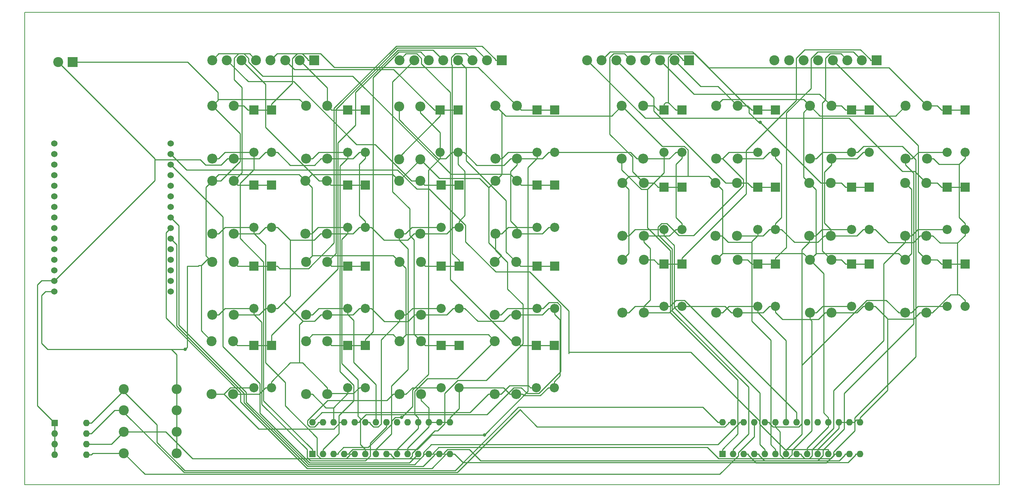
<source format=gbr>
%TF.GenerationSoftware,KiCad,Pcbnew,8.0.5*%
%TF.CreationDate,2024-10-31T21:20:55+07:00*%
%TF.ProjectId,pcb,7063622e-6b69-4636-9164-5f7063625858,rev?*%
%TF.SameCoordinates,Original*%
%TF.FileFunction,OtherDrawing,Comment*%
%FSLAX46Y46*%
G04 Gerber Fmt 4.6, Leading zero omitted, Abs format (unit mm)*
G04 Created by KiCad (PCBNEW 8.0.5) date 2024-10-31 21:20:55*
%MOMM*%
%LPD*%
G01*
G04 APERTURE LIST*
%TA.AperFunction,ComponentPad*%
%ADD10R,2.200000X2.200000*%
%TD*%
%TA.AperFunction,ComponentPad*%
%ADD11O,2.200000X2.200000*%
%TD*%
%TA.AperFunction,ComponentPad*%
%ADD12C,2.400000*%
%TD*%
%TA.AperFunction,ComponentPad*%
%ADD13O,2.400000X2.400000*%
%TD*%
%TA.AperFunction,ComponentPad*%
%ADD14C,1.524000*%
%TD*%
%TA.AperFunction,ComponentPad*%
%ADD15R,2.400000X2.400000*%
%TD*%
%TA.AperFunction,ComponentPad*%
%ADD16R,1.600000X1.600000*%
%TD*%
%TA.AperFunction,ComponentPad*%
%ADD17O,1.600000X1.600000*%
%TD*%
%TA.AperFunction,ViaPad*%
%ADD18C,0.800000*%
%TD*%
%TA.AperFunction,Conductor*%
%ADD19C,0.250000*%
%TD*%
%TA.AperFunction,NonConductor*%
%ADD20C,0.200000*%
%TD*%
G04 APERTURE END LIST*
D10*
%TO.P,D31,1,K*%
%TO.N,/Sensor_16*%
X153600000Y-98000000D03*
D11*
%TO.P,D31,2,A*%
%TO.N,/GND*%
X153600000Y-108160000D03*
%TD*%
D10*
%TO.P,D13,1,K*%
%TO.N,/Sensor_7*%
X130750000Y-59500000D03*
D11*
%TO.P,D13,2,A*%
%TO.N,/GND*%
X130750000Y-69660000D03*
%TD*%
D12*
%TO.P,R8,1*%
%TO.N,/5V*%
X139500000Y-40500000D03*
D13*
%TO.P,R8,2*%
%TO.N,Net-(D8-A)*%
X139500000Y-53200000D03*
%TD*%
D12*
%TO.P,R17,1*%
%TO.N,/Sensor_9*%
X76650000Y-78000000D03*
D13*
%TO.P,R17,2*%
%TO.N,/GND*%
X76650000Y-90700000D03*
%TD*%
D10*
%TO.P,D28,1,K*%
%TO.N,/Sensor_14*%
X104000000Y-98000000D03*
D11*
%TO.P,D28,2,A*%
%TO.N,Net-(D28-A)*%
X104000000Y-108160000D03*
%TD*%
D12*
%TO.P,R27,1*%
%TO.N,/Sensor_14*%
X99150000Y-97000000D03*
D13*
%TO.P,R27,2*%
%TO.N,/GND*%
X99150000Y-109700000D03*
%TD*%
D12*
%TO.P,R54,1*%
%TO.N,/5V*%
X215000000Y-77500000D03*
D13*
%TO.P,R54,2*%
%TO.N,Net-(D54-A)*%
X215000000Y-90200000D03*
%TD*%
D14*
%TO.P,U4,1,A0(ADC0)*%
%TO.N,unconnected-(U4-A0(ADC0)-Pad1)*%
X33560000Y-49500000D03*
%TO.P,U4,2,RSV*%
%TO.N,unconnected-(U4-RSV-Pad2)*%
X33560000Y-52040000D03*
%TO.P,U4,3,RSV*%
%TO.N,unconnected-(U4-RSV-Pad3)*%
X33560000Y-54580000D03*
%TO.P,U4,4,SD3(GPIO10)*%
%TO.N,unconnected-(U4-SD3(GPIO10)-Pad4)*%
X33560000Y-57120000D03*
%TO.P,U4,5,SD2(GPIO9)*%
%TO.N,unconnected-(U4-SD2(GPIO9)-Pad5)*%
X33560000Y-59660000D03*
%TO.P,U4,6,SD1(MOSI)*%
%TO.N,unconnected-(U4-SD1(MOSI)-Pad6)*%
X33560000Y-62200000D03*
%TO.P,U4,7,CMD(CS)*%
%TO.N,unconnected-(U4-CMD(CS)-Pad7)*%
X33560000Y-64740000D03*
%TO.P,U4,8,SDO(MISO)*%
%TO.N,unconnected-(U4-SDO(MISO)-Pad8)*%
X33560000Y-67280000D03*
%TO.P,U4,9,CLK(SCLK)*%
%TO.N,unconnected-(U4-CLK(SCLK)-Pad9)*%
X33560000Y-69820000D03*
%TO.P,U4,10,GND*%
%TO.N,unconnected-(U4-GND-Pad10)*%
X33560000Y-72360000D03*
%TO.P,U4,11,3.3V*%
%TO.N,unconnected-(U4-3.3V-Pad11)*%
X33560000Y-74900000D03*
%TO.P,U4,12,EN*%
%TO.N,unconnected-(U4-EN-Pad12)*%
X33560000Y-77440000D03*
%TO.P,U4,13,RST*%
%TO.N,unconnected-(U4-RST-Pad13)*%
X33560000Y-79980000D03*
%TO.P,U4,14,GND*%
%TO.N,/GND*%
X33560000Y-82520000D03*
%TO.P,U4,15,VIN*%
%TO.N,/5V*%
X33560000Y-85060000D03*
%TO.P,U4,16,3.3V*%
%TO.N,unconnected-(U4-3.3V-Pad16)*%
X61500000Y-85060000D03*
%TO.P,U4,17,GND*%
%TO.N,unconnected-(U4-GND-Pad17)*%
X61500000Y-82520000D03*
%TO.P,U4,18,TX(GPIO1)*%
%TO.N,unconnected-(U4-TX(GPIO1)-Pad18)*%
X61500000Y-79980000D03*
%TO.P,U4,19,RX(DPIO3)*%
%TO.N,unconnected-(U4-RX(DPIO3)-Pad19)*%
X61500000Y-77440000D03*
%TO.P,U4,20,D8(GPIO15)*%
%TO.N,unconnected-(U4-D8(GPIO15)-Pad20)*%
X61500000Y-74900000D03*
%TO.P,U4,21,D7(GPIO13)*%
%TO.N,Net-(U1-SI)*%
X61500000Y-72360000D03*
%TO.P,U4,22,D6(GPIO12)*%
%TO.N,Net-(U1-SO)*%
X61500000Y-69820000D03*
%TO.P,U4,23,D5(GPIO14)*%
%TO.N,Net-(U1-SCK)*%
X61500000Y-67280000D03*
%TO.P,U4,24,GND*%
%TO.N,unconnected-(U4-GND-Pad24)*%
X61500000Y-64740000D03*
%TO.P,U4,25,3.3V*%
%TO.N,unconnected-(U4-3.3V-Pad25)*%
X61500000Y-62200000D03*
%TO.P,U4,26,D4(GPIO2)*%
%TO.N,unconnected-(U4-D4(GPIO2)-Pad26)*%
X61500000Y-59660000D03*
%TO.P,U4,27,D3(GPIO0)*%
%TO.N,unconnected-(U4-D3(GPIO0)-Pad27)*%
X61500000Y-57120000D03*
%TO.P,U4,28,D2(GPIO4)*%
%TO.N,Net-(U1-~{CS})*%
X61500000Y-54580000D03*
%TO.P,U4,29,D1(GPIO5)*%
%TO.N,Net-(U2-~{CS})*%
X61500000Y-52040000D03*
%TO.P,U4,30,D0(GPIO16)*%
%TO.N,unconnected-(U4-D0(GPIO16)-Pad30)*%
X61500000Y-49500000D03*
%TD*%
D10*
%TO.P,D34,1,K*%
%TO.N,/Sensor_17*%
X180000000Y-41500000D03*
D11*
%TO.P,D34,2,A*%
%TO.N,Net-(D34-A)*%
X180000000Y-51660000D03*
%TD*%
D10*
%TO.P,D37,1,K*%
%TO.N,/Sensor_19*%
X229250000Y-41500000D03*
D11*
%TO.P,D37,2,A*%
%TO.N,/GND*%
X229250000Y-51660000D03*
%TD*%
D12*
%TO.P,R42,1*%
%TO.N,/5V*%
X170000000Y-59000000D03*
D13*
%TO.P,R42,2*%
%TO.N,Net-(D42-A)*%
X170000000Y-71700000D03*
%TD*%
D15*
%TO.P,J1,1,Pin_1*%
%TO.N,/5V*%
X38000000Y-30000000D03*
D12*
%TO.P,J1,2,Pin_2*%
%TO.N,/GND*%
X34500000Y-30000000D03*
%TD*%
D16*
%TO.P,U2,1,GPB0*%
%TO.N,Net-(D34-A)*%
X194020000Y-124120000D03*
D17*
%TO.P,U2,2,GPB1*%
%TO.N,Net-(D36-A)*%
X196560000Y-124120000D03*
%TO.P,U2,3,GPB2*%
%TO.N,Net-(D38-A)*%
X199100000Y-124120000D03*
%TO.P,U2,4,GPB3*%
%TO.N,Net-(D40-A)*%
X201640000Y-124120000D03*
%TO.P,U2,5,GPB4*%
%TO.N,Net-(D42-A)*%
X204180000Y-124120000D03*
%TO.P,U2,6,GPB5*%
%TO.N,Net-(D44-A)*%
X206720000Y-124120000D03*
%TO.P,U2,7,GPB6*%
%TO.N,Net-(D46-A)*%
X209260000Y-124120000D03*
%TO.P,U2,8,GPB7*%
%TO.N,Net-(D48-A)*%
X211800000Y-124120000D03*
%TO.P,U2,9,VDD*%
%TO.N,/5V*%
X214340000Y-124120000D03*
%TO.P,U2,10,VSS*%
%TO.N,/GND*%
X216880000Y-124120000D03*
%TO.P,U2,11,~{CS}*%
%TO.N,Net-(U2-~{CS})*%
X219420000Y-124120000D03*
%TO.P,U2,12,SCK*%
%TO.N,Net-(U1-SCK)*%
X221960000Y-124120000D03*
%TO.P,U2,13,SI*%
%TO.N,Net-(U1-SI)*%
X224500000Y-124120000D03*
%TO.P,U2,14,SO*%
%TO.N,Net-(U1-SO)*%
X227040000Y-124120000D03*
%TO.P,U2,15,A0*%
%TO.N,/GND*%
X227040000Y-116500000D03*
%TO.P,U2,16,A1*%
X224500000Y-116500000D03*
%TO.P,U2,17,A2*%
X221960000Y-116500000D03*
%TO.P,U2,18,~{RESET}*%
%TO.N,/5V*%
X219420000Y-116500000D03*
%TO.P,U2,19,INTB*%
%TO.N,unconnected-(U2-INTB-Pad19)*%
X216880000Y-116500000D03*
%TO.P,U2,20,INTA*%
%TO.N,unconnected-(U2-INTA-Pad20)*%
X214340000Y-116500000D03*
%TO.P,U2,21,GPA0*%
%TO.N,Net-(D50-A)*%
X211800000Y-116500000D03*
%TO.P,U2,22,GPA1*%
%TO.N,Net-(D52-A)*%
X209260000Y-116500000D03*
%TO.P,U2,23,GPA2*%
%TO.N,Net-(D54-A)*%
X206720000Y-116500000D03*
%TO.P,U2,24,GPA3*%
%TO.N,Net-(D56-A)*%
X204180000Y-116500000D03*
%TO.P,U2,25,GPA4*%
%TO.N,Net-(U2-GPA4)*%
X201640000Y-116500000D03*
%TO.P,U2,26,GPA5*%
%TO.N,Net-(U2-GPA5)*%
X199100000Y-116500000D03*
%TO.P,U2,27,GPA6*%
%TO.N,Net-(U2-GPA6)*%
X196560000Y-116500000D03*
%TO.P,U2,28,GPA7*%
%TO.N,Net-(U2-GPA7)*%
X194020000Y-116500000D03*
%TD*%
D12*
%TO.P,R45,1*%
%TO.N,/Sensor_23*%
X220000000Y-59000000D03*
D13*
%TO.P,R45,2*%
%TO.N,/GND*%
X220000000Y-71700000D03*
%TD*%
D12*
%TO.P,R4,1*%
%TO.N,/5V*%
X94000000Y-40500000D03*
D13*
%TO.P,R4,2*%
%TO.N,Net-(D4-A)*%
X94000000Y-53200000D03*
%TD*%
D10*
%TO.P,D26,1,K*%
%TO.N,/Sensor_13*%
X81500000Y-98000000D03*
D11*
%TO.P,D26,2,A*%
%TO.N,Net-(D26-A)*%
X81500000Y-108160000D03*
%TD*%
D12*
%TO.P,R38,1*%
%TO.N,/5V*%
X215000000Y-40500000D03*
D13*
%TO.P,R38,2*%
%TO.N,Net-(D38-A)*%
X215000000Y-53200000D03*
%TD*%
D10*
%TO.P,D6,1,K*%
%TO.N,/Sensor_3*%
X126250000Y-41500000D03*
D11*
%TO.P,D6,2,A*%
%TO.N,Net-(D6-A)*%
X126250000Y-51660000D03*
%TD*%
D10*
%TO.P,D12,1,K*%
%TO.N,/Sensor_6*%
X104000000Y-59500000D03*
D11*
%TO.P,D12,2,A*%
%TO.N,Net-(D12-A)*%
X104000000Y-69660000D03*
%TD*%
D12*
%TO.P,R47,1*%
%TO.N,/Sensor_24*%
X243000000Y-59000000D03*
D13*
%TO.P,R47,2*%
%TO.N,/GND*%
X243000000Y-71700000D03*
%TD*%
D12*
%TO.P,R18,1*%
%TO.N,/5V*%
X71500000Y-78000000D03*
D13*
%TO.P,R18,2*%
%TO.N,Net-(D18-A)*%
X71500000Y-90700000D03*
%TD*%
D10*
%TO.P,D1,1,K*%
%TO.N,/Sensor_1*%
X85750000Y-41500000D03*
D11*
%TO.P,D1,2,A*%
%TO.N,/GND*%
X85750000Y-51660000D03*
%TD*%
D12*
%TO.P,R34,1*%
%TO.N,/5V*%
X169850000Y-40500000D03*
D13*
%TO.P,R34,2*%
%TO.N,Net-(D34-A)*%
X169850000Y-53200000D03*
%TD*%
D12*
%TO.P,R15,1*%
%TO.N,/Sensor_8*%
X144650000Y-58500000D03*
D13*
%TO.P,R15,2*%
%TO.N,/GND*%
X144650000Y-71200000D03*
%TD*%
D16*
%TO.P,U1,1,GPB0*%
%TO.N,Net-(D2-A)*%
X95520000Y-124120000D03*
D17*
%TO.P,U1,2,GPB1*%
%TO.N,Net-(D4-A)*%
X98060000Y-124120000D03*
%TO.P,U1,3,GPB2*%
%TO.N,Net-(D6-A)*%
X100600000Y-124120000D03*
%TO.P,U1,4,GPB3*%
%TO.N,Net-(D8-A)*%
X103140000Y-124120000D03*
%TO.P,U1,5,GPB4*%
%TO.N,Net-(D10-A)*%
X105680000Y-124120000D03*
%TO.P,U1,6,GPB5*%
%TO.N,Net-(D12-A)*%
X108220000Y-124120000D03*
%TO.P,U1,7,GPB6*%
%TO.N,Net-(D14-A)*%
X110760000Y-124120000D03*
%TO.P,U1,8,GPB7*%
%TO.N,Net-(D16-A)*%
X113300000Y-124120000D03*
%TO.P,U1,9,VDD*%
%TO.N,/5V*%
X115840000Y-124120000D03*
%TO.P,U1,10,VSS*%
%TO.N,/GND*%
X118380000Y-124120000D03*
%TO.P,U1,11,~{CS}*%
%TO.N,Net-(U1-~{CS})*%
X120920000Y-124120000D03*
%TO.P,U1,12,SCK*%
%TO.N,Net-(U1-SCK)*%
X123460000Y-124120000D03*
%TO.P,U1,13,SI*%
%TO.N,Net-(U1-SI)*%
X126000000Y-124120000D03*
%TO.P,U1,14,SO*%
%TO.N,Net-(U1-SO)*%
X128540000Y-124120000D03*
%TO.P,U1,15,A0*%
%TO.N,/GND*%
X128540000Y-116500000D03*
%TO.P,U1,16,A1*%
X126000000Y-116500000D03*
%TO.P,U1,17,A2*%
X123460000Y-116500000D03*
%TO.P,U1,18,~{RESET}*%
%TO.N,/5V*%
X120920000Y-116500000D03*
%TO.P,U1,19,INTB*%
%TO.N,unconnected-(U1-INTB-Pad19)*%
X118380000Y-116500000D03*
%TO.P,U1,20,INTA*%
%TO.N,unconnected-(U1-INTA-Pad20)*%
X115840000Y-116500000D03*
%TO.P,U1,21,GPA0*%
%TO.N,Net-(D18-A)*%
X113300000Y-116500000D03*
%TO.P,U1,22,GPA1*%
%TO.N,Net-(D20-A)*%
X110760000Y-116500000D03*
%TO.P,U1,23,GPA2*%
%TO.N,Net-(D22-A)*%
X108220000Y-116500000D03*
%TO.P,U1,24,GPA3*%
%TO.N,Net-(D24-A)*%
X105680000Y-116500000D03*
%TO.P,U1,25,GPA4*%
%TO.N,Net-(D26-A)*%
X103140000Y-116500000D03*
%TO.P,U1,26,GPA5*%
%TO.N,Net-(D28-A)*%
X100600000Y-116500000D03*
%TO.P,U1,27,GPA6*%
%TO.N,Net-(D30-A)*%
X98060000Y-116500000D03*
%TO.P,U1,28,GPA7*%
%TO.N,Net-(D32-A)*%
X95520000Y-116500000D03*
%TD*%
D12*
%TO.P,R52,1*%
%TO.N,/5V*%
X192500000Y-77500000D03*
D13*
%TO.P,R52,2*%
%TO.N,Net-(D52-A)*%
X192500000Y-90200000D03*
%TD*%
D12*
%TO.P,R33,1*%
%TO.N,/Sensor_17*%
X175000000Y-40500000D03*
D13*
%TO.P,R33,2*%
%TO.N,/GND*%
X175000000Y-53200000D03*
%TD*%
D12*
%TO.P,R53,1*%
%TO.N,/Sensor_27*%
X220150000Y-77500000D03*
D13*
%TO.P,R53,2*%
%TO.N,/GND*%
X220150000Y-90200000D03*
%TD*%
D12*
%TO.P,R26,1*%
%TO.N,/5V*%
X71350000Y-97000000D03*
D13*
%TO.P,R26,2*%
%TO.N,Net-(D26-A)*%
X71350000Y-109700000D03*
%TD*%
D12*
%TO.P,R12,1*%
%TO.N,/5V*%
X93850000Y-58500000D03*
D13*
%TO.P,R12,2*%
%TO.N,Net-(D12-A)*%
X93850000Y-71200000D03*
%TD*%
D12*
%TO.P,R9,1*%
%TO.N,/Sensor_5*%
X76650000Y-58500000D03*
D13*
%TO.P,R9,2*%
%TO.N,/GND*%
X76650000Y-71200000D03*
%TD*%
D10*
%TO.P,D24,1,K*%
%TO.N,/Sensor_12*%
X149500000Y-79000000D03*
D11*
%TO.P,D24,2,A*%
%TO.N,Net-(D24-A)*%
X149500000Y-89160000D03*
%TD*%
D10*
%TO.P,D35,1,K*%
%TO.N,/Sensor_18*%
X206750000Y-41500000D03*
D11*
%TO.P,D35,2,A*%
%TO.N,/GND*%
X206750000Y-51660000D03*
%TD*%
D12*
%TO.P,R44,1*%
%TO.N,/5V*%
X192350000Y-59000000D03*
D13*
%TO.P,R44,2*%
%TO.N,Net-(D44-A)*%
X192350000Y-71700000D03*
%TD*%
D15*
%TO.P,J2,1,Pin_1*%
%TO.N,/Sensor_1*%
X96000000Y-29500000D03*
D12*
%TO.P,J2,2,Pin_2*%
%TO.N,/Sensor_2*%
X92500000Y-29500000D03*
%TO.P,J2,3,Pin_3*%
%TO.N,/Sensor_3*%
X89000000Y-29500000D03*
%TO.P,J2,4,Pin_4*%
%TO.N,/Sensor_4*%
X85500000Y-29500000D03*
%TO.P,J2,5,Pin_5*%
%TO.N,/Sensor_5*%
X82000000Y-29500000D03*
%TO.P,J2,6,Pin_6*%
%TO.N,/Sensor_6*%
X78500000Y-29500000D03*
%TO.P,J2,7,Pin_7*%
%TO.N,/Sensor_7*%
X75000000Y-29500000D03*
%TO.P,J2,8,Pin_8*%
%TO.N,/Sensor_8*%
X71500000Y-29500000D03*
%TD*%
D10*
%TO.P,D46,1,K*%
%TO.N,/Sensor_23*%
X225000000Y-60000000D03*
D11*
%TO.P,D46,2,A*%
%TO.N,Net-(D46-A)*%
X225000000Y-70160000D03*
%TD*%
D12*
%TO.P,R51,1*%
%TO.N,/Sensor_26*%
X197650000Y-77500000D03*
D13*
%TO.P,R51,2*%
%TO.N,/GND*%
X197650000Y-90200000D03*
%TD*%
D12*
%TO.P,R49,1*%
%TO.N,/Sensor_25*%
X175150000Y-77500000D03*
D13*
%TO.P,R49,2*%
%TO.N,/GND*%
X175150000Y-90200000D03*
%TD*%
D12*
%TO.P,R19,1*%
%TO.N,/Sensor_10*%
X99150000Y-78000000D03*
D13*
%TO.P,R19,2*%
%TO.N,/GND*%
X99150000Y-90700000D03*
%TD*%
D12*
%TO.P,R32,1*%
%TO.N,/5V*%
X139350000Y-97000000D03*
D13*
%TO.P,R32,2*%
%TO.N,Net-(D32-A)*%
X139350000Y-109700000D03*
%TD*%
D10*
%TO.P,D27,1,K*%
%TO.N,/Sensor_14*%
X108250000Y-98000000D03*
D11*
%TO.P,D27,2,A*%
%TO.N,/GND*%
X108250000Y-108160000D03*
%TD*%
D15*
%TO.P,J5,1,Pin_1*%
%TO.N,/Sensor_25*%
X231000000Y-29500000D03*
D12*
%TO.P,J5,2,Pin_2*%
%TO.N,/Sensor_26*%
X227500000Y-29500000D03*
%TO.P,J5,3,Pin_3*%
%TO.N,/Sensor_27*%
X224000000Y-29500000D03*
%TO.P,J5,4,Pin_4*%
%TO.N,/Sensor_28*%
X220500000Y-29500000D03*
%TO.P,J5,5,Pin_5*%
%TO.N,/Sensor_29*%
X217000000Y-29500000D03*
%TO.P,J5,6,Pin_6*%
%TO.N,/Sensor_30*%
X213500000Y-29500000D03*
%TO.P,J5,7,Pin_7*%
%TO.N,/Sensor_31*%
X210000000Y-29500000D03*
%TO.P,J5,8,Pin_8*%
%TO.N,/Sensor_32*%
X206500000Y-29500000D03*
%TD*%
D10*
%TO.P,D30,1,K*%
%TO.N,/Sensor_15*%
X126500000Y-98000000D03*
D11*
%TO.P,D30,2,A*%
%TO.N,Net-(D30-A)*%
X126500000Y-108160000D03*
%TD*%
D10*
%TO.P,D56,1,K*%
%TO.N,/Sensor_28*%
X248000000Y-78500000D03*
D11*
%TO.P,D56,2,A*%
%TO.N,Net-(D56-A)*%
X248000000Y-88660000D03*
%TD*%
D10*
%TO.P,D55,1,K*%
%TO.N,/Sensor_28*%
X252250000Y-78500000D03*
D11*
%TO.P,D55,2,A*%
%TO.N,/GND*%
X252250000Y-88660000D03*
%TD*%
D10*
%TO.P,D15,1,K*%
%TO.N,/Sensor_8*%
X153750000Y-59500000D03*
D11*
%TO.P,D15,2,A*%
%TO.N,/GND*%
X153750000Y-69660000D03*
%TD*%
D10*
%TO.P,D45,1,K*%
%TO.N,/Sensor_23*%
X229250000Y-60000000D03*
D11*
%TO.P,D45,2,A*%
%TO.N,/GND*%
X229250000Y-70160000D03*
%TD*%
D10*
%TO.P,D32,1,K*%
%TO.N,/Sensor_16*%
X149350000Y-98000000D03*
D11*
%TO.P,D32,2,A*%
%TO.N,Net-(D32-A)*%
X149350000Y-108160000D03*
%TD*%
D10*
%TO.P,D38,1,K*%
%TO.N,/Sensor_19*%
X225000000Y-41500000D03*
D11*
%TO.P,D38,2,A*%
%TO.N,Net-(D38-A)*%
X225000000Y-51660000D03*
%TD*%
D10*
%TO.P,D51,1,K*%
%TO.N,/Sensor_26*%
X206750000Y-78500000D03*
D11*
%TO.P,D51,2,A*%
%TO.N,/GND*%
X206750000Y-88660000D03*
%TD*%
D15*
%TO.P,J3,1,Pin_1*%
%TO.N,/Sensor_9*%
X141000000Y-29500000D03*
D12*
%TO.P,J3,2,Pin_2*%
%TO.N,/Sensor_10*%
X137500000Y-29500000D03*
%TO.P,J3,3,Pin_3*%
%TO.N,/Sensor_11*%
X134000000Y-29500000D03*
%TO.P,J3,4,Pin_4*%
%TO.N,/Sensor_12*%
X130500000Y-29500000D03*
%TO.P,J3,5,Pin_5*%
%TO.N,/Sensor_13*%
X127000000Y-29500000D03*
%TO.P,J3,6,Pin_6*%
%TO.N,/Sensor_14*%
X123500000Y-29500000D03*
%TO.P,J3,7,Pin_7*%
%TO.N,/Sensor_15*%
X120000000Y-29500000D03*
%TO.P,J3,8,Pin_8*%
%TO.N,/Sensor_16*%
X116500000Y-29500000D03*
%TD*%
D10*
%TO.P,D40,1,K*%
%TO.N,/Sensor_20*%
X248000000Y-41500000D03*
D11*
%TO.P,D40,2,A*%
%TO.N,Net-(D40-A)*%
X248000000Y-51660000D03*
%TD*%
D10*
%TO.P,D44,1,K*%
%TO.N,/Sensor_22*%
X202500000Y-60000000D03*
D11*
%TO.P,D44,2,A*%
%TO.N,Net-(D44-A)*%
X202500000Y-70160000D03*
%TD*%
D10*
%TO.P,D42,1,K*%
%TO.N,/Sensor_21*%
X180000000Y-60000000D03*
D11*
%TO.P,D42,2,A*%
%TO.N,Net-(D42-A)*%
X180000000Y-70160000D03*
%TD*%
D12*
%TO.P,R22,1*%
%TO.N,/5V*%
X116500000Y-78000000D03*
D13*
%TO.P,R22,2*%
%TO.N,Net-(D22-A)*%
X116500000Y-90700000D03*
%TD*%
D10*
%TO.P,D19,1,K*%
%TO.N,/Sensor_10*%
X108250000Y-79000000D03*
D11*
%TO.P,D19,2,A*%
%TO.N,/GND*%
X108250000Y-89160000D03*
%TD*%
D12*
%TO.P,R5,1*%
%TO.N,/Sensor_3*%
X116350000Y-53350000D03*
D13*
%TO.P,R5,2*%
%TO.N,/GND*%
X116350000Y-40650000D03*
%TD*%
D12*
%TO.P,R16,1*%
%TO.N,/5V*%
X139500000Y-58500000D03*
D13*
%TO.P,R16,2*%
%TO.N,Net-(D16-A)*%
X139500000Y-71200000D03*
%TD*%
D10*
%TO.P,D14,1,K*%
%TO.N,/Sensor_7*%
X126500000Y-59500000D03*
D11*
%TO.P,D14,2,A*%
%TO.N,Net-(D14-A)*%
X126500000Y-69660000D03*
%TD*%
D12*
%TO.P,R11,1*%
%TO.N,/Sensor_6*%
X99000000Y-58500000D03*
D13*
%TO.P,R11,2*%
%TO.N,/GND*%
X99000000Y-71200000D03*
%TD*%
D12*
%TO.P,R6,1*%
%TO.N,/5V*%
X121500000Y-53350000D03*
D13*
%TO.P,R6,2*%
%TO.N,Net-(D6-A)*%
X121500000Y-40650000D03*
%TD*%
D12*
%TO.P,R14,1*%
%TO.N,/5V*%
X116350000Y-58500000D03*
D13*
%TO.P,R14,2*%
%TO.N,Net-(D14-A)*%
X116350000Y-71200000D03*
%TD*%
D12*
%TO.P,R36,1*%
%TO.N,/5V*%
X192500000Y-40500000D03*
D13*
%TO.P,R36,2*%
%TO.N,Net-(D36-A)*%
X192500000Y-53200000D03*
%TD*%
D12*
%TO.P,R37,1*%
%TO.N,/Sensor_19*%
X220150000Y-40500000D03*
D13*
%TO.P,R37,2*%
%TO.N,/GND*%
X220150000Y-53200000D03*
%TD*%
D12*
%TO.P,R23,1*%
%TO.N,/Sensor_12*%
X144500000Y-78000000D03*
D13*
%TO.P,R23,2*%
%TO.N,/GND*%
X144500000Y-90700000D03*
%TD*%
D10*
%TO.P,D8,1,K*%
%TO.N,/Sensor_4*%
X149500000Y-41500000D03*
D11*
%TO.P,D8,2,A*%
%TO.N,Net-(D8-A)*%
X149500000Y-51660000D03*
%TD*%
D12*
%TO.P,R30,1*%
%TO.N,/5V*%
X116500000Y-97000000D03*
D13*
%TO.P,R30,2*%
%TO.N,Net-(D30-A)*%
X116500000Y-109700000D03*
%TD*%
D10*
%TO.P,D33,1,K*%
%TO.N,/Sensor_17*%
X184250000Y-41500000D03*
D11*
%TO.P,D33,2,A*%
%TO.N,/GND*%
X184250000Y-51660000D03*
%TD*%
D10*
%TO.P,D53,1,K*%
%TO.N,/Sensor_27*%
X229250000Y-78500000D03*
D11*
%TO.P,D53,2,A*%
%TO.N,/GND*%
X229250000Y-88660000D03*
%TD*%
D10*
%TO.P,D21,1,K*%
%TO.N,/Sensor_11*%
X130750000Y-79000000D03*
D11*
%TO.P,D21,2,A*%
%TO.N,/GND*%
X130750000Y-89160000D03*
%TD*%
D12*
%TO.P,R25,1*%
%TO.N,/Sensor_13*%
X76500000Y-97000000D03*
D13*
%TO.P,R25,2*%
%TO.N,/GND*%
X76500000Y-109700000D03*
%TD*%
D12*
%TO.P,R31,1*%
%TO.N,/Sensor_16*%
X144500000Y-97000000D03*
D13*
%TO.P,R31,2*%
%TO.N,/GND*%
X144500000Y-109700000D03*
%TD*%
D12*
%TO.P,R50,1*%
%TO.N,/5V*%
X170000000Y-77500000D03*
D13*
%TO.P,R50,2*%
%TO.N,Net-(D50-A)*%
X170000000Y-90200000D03*
%TD*%
D10*
%TO.P,D10,1,K*%
%TO.N,/Sensor_5*%
X81500000Y-59500000D03*
D11*
%TO.P,D10,2,A*%
%TO.N,Net-(D10-A)*%
X81500000Y-69660000D03*
%TD*%
D12*
%TO.P,R24,1*%
%TO.N,/5V*%
X139350000Y-78000000D03*
D13*
%TO.P,R24,2*%
%TO.N,Net-(D24-A)*%
X139350000Y-90700000D03*
%TD*%
D10*
%TO.P,D23,1,K*%
%TO.N,/Sensor_12*%
X153750000Y-79000000D03*
D11*
%TO.P,D23,2,A*%
%TO.N,/GND*%
X153750000Y-89160000D03*
%TD*%
D10*
%TO.P,D43,1,K*%
%TO.N,/Sensor_22*%
X206750000Y-60000000D03*
D11*
%TO.P,D43,2,A*%
%TO.N,/GND*%
X206750000Y-70160000D03*
%TD*%
D12*
%TO.P,R48,1*%
%TO.N,/5V*%
X237850000Y-59000000D03*
D13*
%TO.P,R48,2*%
%TO.N,Net-(D48-A)*%
X237850000Y-71700000D03*
%TD*%
D12*
%TO.P,R28,1*%
%TO.N,/5V*%
X94000000Y-97000000D03*
D13*
%TO.P,R28,2*%
%TO.N,Net-(D28-A)*%
X94000000Y-109700000D03*
%TD*%
D10*
%TO.P,D17,1,K*%
%TO.N,/Sensor_9*%
X85750000Y-79000000D03*
D11*
%TO.P,D17,2,A*%
%TO.N,/GND*%
X85750000Y-89160000D03*
%TD*%
D12*
%TO.P,R2,1*%
%TO.N,/5V*%
X71500000Y-40500000D03*
D13*
%TO.P,R2,2*%
%TO.N,Net-(D2-A)*%
X71500000Y-53200000D03*
%TD*%
D12*
%TO.P,R21,1*%
%TO.N,/Sensor_11*%
X121650000Y-78000000D03*
D13*
%TO.P,R21,2*%
%TO.N,/GND*%
X121650000Y-90700000D03*
%TD*%
D12*
%TO.P,R10,1*%
%TO.N,/5V*%
X71500000Y-58500000D03*
D13*
%TO.P,R10,2*%
%TO.N,Net-(D10-A)*%
X71500000Y-71200000D03*
%TD*%
D10*
%TO.P,D29,1,K*%
%TO.N,/Sensor_15*%
X130750000Y-98000000D03*
D11*
%TO.P,D29,2,A*%
%TO.N,/GND*%
X130750000Y-108160000D03*
%TD*%
D12*
%TO.P,R13,1*%
%TO.N,/Sensor_7*%
X121500000Y-58500000D03*
D13*
%TO.P,R13,2*%
%TO.N,/GND*%
X121500000Y-71200000D03*
%TD*%
D10*
%TO.P,D18,1,K*%
%TO.N,/Sensor_9*%
X81500000Y-79000000D03*
D11*
%TO.P,D18,2,A*%
%TO.N,Net-(D18-A)*%
X81500000Y-89160000D03*
%TD*%
D10*
%TO.P,D36,1,K*%
%TO.N,/Sensor_18*%
X202500000Y-41500000D03*
D11*
%TO.P,D36,2,A*%
%TO.N,Net-(D36-A)*%
X202500000Y-51660000D03*
%TD*%
D10*
%TO.P,D50,1,K*%
%TO.N,/Sensor_25*%
X180000000Y-78500000D03*
D11*
%TO.P,D50,2,A*%
%TO.N,Net-(D50-A)*%
X180000000Y-88660000D03*
%TD*%
D10*
%TO.P,D48,1,K*%
%TO.N,/Sensor_24*%
X248000000Y-60000000D03*
D11*
%TO.P,D48,2,A*%
%TO.N,Net-(D48-A)*%
X248000000Y-70160000D03*
%TD*%
D12*
%TO.P,R7,1*%
%TO.N,/Sensor_4*%
X144650000Y-40500000D03*
D13*
%TO.P,R7,2*%
%TO.N,/GND*%
X144650000Y-53200000D03*
%TD*%
D10*
%TO.P,D2,1,K*%
%TO.N,/Sensor_1*%
X81500000Y-41500000D03*
D11*
%TO.P,D2,2,A*%
%TO.N,Net-(D2-A)*%
X81500000Y-51660000D03*
%TD*%
D10*
%TO.P,D49,1,K*%
%TO.N,/Sensor_25*%
X184250000Y-78500000D03*
D11*
%TO.P,D49,2,A*%
%TO.N,/GND*%
X184250000Y-88660000D03*
%TD*%
D15*
%TO.P,J4,1,Pin_1*%
%TO.N,/Sensor_17*%
X186000000Y-29500000D03*
D12*
%TO.P,J4,2,Pin_2*%
%TO.N,/Sensor_18*%
X182500000Y-29500000D03*
%TO.P,J4,3,Pin_3*%
%TO.N,/Sensor_19*%
X179000000Y-29500000D03*
%TO.P,J4,4,Pin_4*%
%TO.N,/Sensor_20*%
X175500000Y-29500000D03*
%TO.P,J4,5,Pin_5*%
%TO.N,/Sensor_21*%
X172000000Y-29500000D03*
%TO.P,J4,6,Pin_6*%
%TO.N,/Sensor_22*%
X168500000Y-29500000D03*
%TO.P,J4,7,Pin_7*%
%TO.N,/Sensor_23*%
X165000000Y-29500000D03*
%TO.P,J4,8,Pin_8*%
%TO.N,/Sensor_24*%
X161500000Y-29500000D03*
%TD*%
%TO.P,R40,1*%
%TO.N,/5V*%
X238000000Y-40500000D03*
D13*
%TO.P,R40,2*%
%TO.N,Net-(D40-A)*%
X238000000Y-53200000D03*
%TD*%
D10*
%TO.P,D5,1,K*%
%TO.N,/Sensor_3*%
X130500000Y-41500000D03*
D11*
%TO.P,D5,2,A*%
%TO.N,/GND*%
X130500000Y-51660000D03*
%TD*%
D10*
%TO.P,D11,1,K*%
%TO.N,/Sensor_6*%
X108250000Y-59500000D03*
D11*
%TO.P,D11,2,A*%
%TO.N,/GND*%
X108250000Y-69660000D03*
%TD*%
D10*
%TO.P,D4,1,K*%
%TO.N,/Sensor_2*%
X104000000Y-41500000D03*
D11*
%TO.P,D4,2,A*%
%TO.N,Net-(D4-A)*%
X104000000Y-51660000D03*
%TD*%
D12*
%TO.P,R35,1*%
%TO.N,/Sensor_18*%
X197650000Y-40500000D03*
D13*
%TO.P,R35,2*%
%TO.N,/GND*%
X197650000Y-53200000D03*
%TD*%
D10*
%TO.P,D47,1,K*%
%TO.N,/Sensor_24*%
X252250000Y-60000000D03*
D11*
%TO.P,D47,2,A*%
%TO.N,/GND*%
X252250000Y-70160000D03*
%TD*%
D12*
%TO.P,R29,1*%
%TO.N,/Sensor_15*%
X121650000Y-97000000D03*
D13*
%TO.P,R29,2*%
%TO.N,/GND*%
X121650000Y-109700000D03*
%TD*%
D12*
%TO.P,R1,1*%
%TO.N,/Sensor_1*%
X76650000Y-40500000D03*
D13*
%TO.P,R1,2*%
%TO.N,/GND*%
X76650000Y-53200000D03*
%TD*%
D10*
%TO.P,D25,1,K*%
%TO.N,/Sensor_13*%
X85750000Y-98000000D03*
D11*
%TO.P,D25,2,A*%
%TO.N,/GND*%
X85750000Y-108160000D03*
%TD*%
D10*
%TO.P,D41,1,K*%
%TO.N,/Sensor_21*%
X184250000Y-60000000D03*
D11*
%TO.P,D41,2,A*%
%TO.N,/GND*%
X184250000Y-70160000D03*
%TD*%
D10*
%TO.P,D7,1,K*%
%TO.N,/Sensor_4*%
X153750000Y-41500000D03*
D11*
%TO.P,D7,2,A*%
%TO.N,/GND*%
X153750000Y-51660000D03*
%TD*%
D10*
%TO.P,D22,1,K*%
%TO.N,/Sensor_11*%
X126500000Y-79000000D03*
D11*
%TO.P,D22,2,A*%
%TO.N,Net-(D22-A)*%
X126500000Y-89160000D03*
%TD*%
D12*
%TO.P,R46,1*%
%TO.N,/5V*%
X214850000Y-59000000D03*
D13*
%TO.P,R46,2*%
%TO.N,Net-(D46-A)*%
X214850000Y-71700000D03*
%TD*%
D12*
%TO.P,R41,1*%
%TO.N,/Sensor_21*%
X175150000Y-59000000D03*
D13*
%TO.P,R41,2*%
%TO.N,/GND*%
X175150000Y-71700000D03*
%TD*%
D10*
%TO.P,D54,1,K*%
%TO.N,/Sensor_27*%
X225000000Y-78500000D03*
D11*
%TO.P,D54,2,A*%
%TO.N,Net-(D54-A)*%
X225000000Y-88660000D03*
%TD*%
D12*
%TO.P,R39,1*%
%TO.N,/Sensor_20*%
X243150000Y-40500000D03*
D13*
%TO.P,R39,2*%
%TO.N,/GND*%
X243150000Y-53200000D03*
%TD*%
D12*
%TO.P,R56,1*%
%TO.N,/5V*%
X237850000Y-77500000D03*
D13*
%TO.P,R56,2*%
%TO.N,Net-(D56-A)*%
X237850000Y-90200000D03*
%TD*%
D12*
%TO.P,R55,1*%
%TO.N,/Sensor_28*%
X243000000Y-77500000D03*
D13*
%TO.P,R55,2*%
%TO.N,/GND*%
X243000000Y-90200000D03*
%TD*%
D10*
%TO.P,D9,1,K*%
%TO.N,/Sensor_5*%
X85750000Y-59500000D03*
D11*
%TO.P,D9,2,A*%
%TO.N,/GND*%
X85750000Y-69660000D03*
%TD*%
D10*
%TO.P,D20,1,K*%
%TO.N,/Sensor_10*%
X104000000Y-79000000D03*
D11*
%TO.P,D20,2,A*%
%TO.N,Net-(D20-A)*%
X104000000Y-89160000D03*
%TD*%
D10*
%TO.P,D3,1,K*%
%TO.N,/Sensor_2*%
X108250000Y-41500000D03*
D11*
%TO.P,D3,2,A*%
%TO.N,/GND*%
X108250000Y-51660000D03*
%TD*%
D12*
%TO.P,R20,1*%
%TO.N,/5V*%
X94000000Y-78000000D03*
D13*
%TO.P,R20,2*%
%TO.N,Net-(D20-A)*%
X94000000Y-90700000D03*
%TD*%
D12*
%TO.P,R43,1*%
%TO.N,/Sensor_22*%
X197500000Y-59000000D03*
D13*
%TO.P,R43,2*%
%TO.N,/GND*%
X197500000Y-71700000D03*
%TD*%
D10*
%TO.P,D39,1,K*%
%TO.N,/Sensor_20*%
X252250000Y-41500000D03*
D11*
%TO.P,D39,2,A*%
%TO.N,/GND*%
X252250000Y-51660000D03*
%TD*%
D10*
%TO.P,D16,1,K*%
%TO.N,/Sensor_8*%
X149500000Y-59500000D03*
D11*
%TO.P,D16,2,A*%
%TO.N,Net-(D16-A)*%
X149500000Y-69660000D03*
%TD*%
D10*
%TO.P,D52,1,K*%
%TO.N,/Sensor_26*%
X202500000Y-78500000D03*
D11*
%TO.P,D52,2,A*%
%TO.N,Net-(D52-A)*%
X202500000Y-88660000D03*
%TD*%
D12*
%TO.P,R3,1*%
%TO.N,/Sensor_2*%
X99150000Y-40500000D03*
D13*
%TO.P,R3,2*%
%TO.N,/GND*%
X99150000Y-53200000D03*
%TD*%
D12*
%TO.P,R59,1*%
%TO.N,Net-(U2-GPA5)*%
X50300000Y-118800000D03*
D13*
%TO.P,R59,2*%
%TO.N,/5V*%
X63000000Y-118800000D03*
%TD*%
D12*
%TO.P,R60,1*%
%TO.N,Net-(U2-GPA4)*%
X50300000Y-123950000D03*
D13*
%TO.P,R60,2*%
%TO.N,/5V*%
X63000000Y-123950000D03*
%TD*%
D12*
%TO.P,R57,1*%
%TO.N,Net-(U2-GPA7)*%
X50300000Y-108500000D03*
D13*
%TO.P,R57,2*%
%TO.N,/5V*%
X63000000Y-108500000D03*
%TD*%
D16*
%TO.P,SW1,1*%
%TO.N,/GND*%
X33700000Y-116700000D03*
D17*
%TO.P,SW1,2*%
X33700000Y-119240000D03*
%TO.P,SW1,3*%
X33700000Y-121780000D03*
%TO.P,SW1,4*%
X33700000Y-124320000D03*
%TO.P,SW1,5*%
%TO.N,Net-(U2-GPA4)*%
X41320000Y-124320000D03*
%TO.P,SW1,6*%
%TO.N,Net-(U2-GPA5)*%
X41320000Y-121780000D03*
%TO.P,SW1,7*%
%TO.N,Net-(U2-GPA6)*%
X41320000Y-119240000D03*
%TO.P,SW1,8*%
%TO.N,Net-(U2-GPA7)*%
X41320000Y-116700000D03*
%TD*%
D12*
%TO.P,R58,1*%
%TO.N,Net-(U2-GPA6)*%
X50300000Y-113650000D03*
D13*
%TO.P,R58,2*%
%TO.N,/5V*%
X63000000Y-113650000D03*
%TD*%
D18*
%TO.N,/5V*%
X65000000Y-99000000D03*
%TO.N,/Sensor_23*%
X203094000Y-44434600D03*
%TO.N,Net-(D8-A)*%
X136849000Y-119520000D03*
%TO.N,Net-(D6-A)*%
X116960000Y-115329000D03*
%TD*%
D19*
%TO.N,Net-(U2-GPA4)*%
X55315800Y-128966000D02*
X50300000Y-123950000D01*
X193370000Y-128966000D02*
X55315800Y-128966000D01*
X197830000Y-124506000D02*
X193370000Y-128966000D01*
X197830000Y-123751000D02*
X197830000Y-124506000D01*
X201640000Y-119941000D02*
X197830000Y-123751000D01*
X201640000Y-116500000D02*
X201640000Y-119941000D01*
%TO.N,Net-(U2-GPA5)*%
X47320000Y-121780000D02*
X41320000Y-121780000D01*
X50300000Y-118800000D02*
X47320000Y-121780000D01*
%TO.N,Net-(U2-GPA6)*%
X50300000Y-114096000D02*
X50300000Y-113650000D01*
X64716100Y-128512000D02*
X50300000Y-114096000D01*
X130358000Y-128512000D02*
X64716100Y-128512000D01*
X145389000Y-113482000D02*
X130358000Y-128512000D01*
X149534000Y-117627000D02*
X145389000Y-113482000D01*
X194570000Y-117627000D02*
X149534000Y-117627000D01*
X195433000Y-116764000D02*
X194570000Y-117627000D01*
X195433000Y-116500000D02*
X195433000Y-116764000D01*
X196560000Y-116500000D02*
X195433000Y-116500000D01*
X48036700Y-113650000D02*
X50300000Y-113650000D01*
X42446700Y-119240000D02*
X48036700Y-113650000D01*
X41320000Y-119240000D02*
X42446700Y-119240000D01*
%TO.N,Net-(U2-GPA7)*%
X42446700Y-116700000D02*
X41320000Y-116700000D01*
X50004600Y-109142000D02*
X42446700Y-116700000D01*
X50300000Y-109142000D02*
X50004600Y-109142000D01*
X58235800Y-117078000D02*
X50300000Y-109142000D01*
X58235800Y-121347000D02*
X58235800Y-117078000D01*
X64940800Y-128052000D02*
X58235800Y-121347000D01*
X129814000Y-128052000D02*
X64940800Y-128052000D01*
X145004000Y-112862000D02*
X129814000Y-128052000D01*
X189255000Y-112862000D02*
X145004000Y-112862000D01*
X192893000Y-116500000D02*
X189255000Y-112862000D01*
X194020000Y-116500000D02*
X192893000Y-116500000D01*
X50300000Y-109142000D02*
X50300000Y-108500000D01*
%TO.N,Net-(U1-SCK)*%
X122333000Y-124120000D02*
X123460000Y-124120000D01*
X122333000Y-124402000D02*
X122333000Y-124120000D01*
X120093000Y-126642000D02*
X122333000Y-124402000D01*
X94659100Y-126642000D02*
X120093000Y-126642000D01*
X94171400Y-126154000D02*
X94659100Y-126642000D01*
X94171400Y-126152000D02*
X94171400Y-126154000D01*
X79658300Y-111639000D02*
X94171400Y-126152000D01*
X79658300Y-109292000D02*
X79658300Y-111639000D01*
X63458700Y-93092100D02*
X79658300Y-109292000D01*
X63458700Y-69238700D02*
X63458700Y-93092100D01*
X61500000Y-67280000D02*
X63458700Y-69238700D01*
%TO.N,Net-(U1-~{CS})*%
X118850000Y-126190000D02*
X120920000Y-124120000D01*
X94846200Y-126190000D02*
X118850000Y-126190000D01*
X94623100Y-125967000D02*
X94846200Y-126190000D01*
X94623100Y-125962000D02*
X94623100Y-125967000D01*
X82926700Y-114266000D02*
X94623100Y-125962000D01*
X82926700Y-107147000D02*
X82926700Y-114266000D01*
X74075000Y-98295100D02*
X82926700Y-107147000D01*
X74075000Y-67155000D02*
X74075000Y-98295100D01*
X61500000Y-54580000D02*
X74075000Y-67155000D01*
%TO.N,Net-(U1-SI)*%
X124873000Y-124120000D02*
X126000000Y-124120000D01*
X124873000Y-124402000D02*
X124873000Y-124120000D01*
X122182000Y-127093000D02*
X124873000Y-124402000D01*
X94472000Y-127093000D02*
X122182000Y-127093000D01*
X93719700Y-126341000D02*
X94472000Y-127093000D01*
X93719700Y-126340000D02*
X93719700Y-126341000D01*
X79127100Y-111748000D02*
X93719700Y-126340000D01*
X79127100Y-109522000D02*
X79127100Y-111748000D01*
X62952800Y-93347800D02*
X79127100Y-109522000D01*
X62952800Y-73812800D02*
X62952800Y-93347800D01*
X61500000Y-72360000D02*
X62952800Y-73812800D01*
%TO.N,Net-(U1-SO)*%
X127413000Y-124120000D02*
X128540000Y-124120000D01*
X127413000Y-124402000D02*
X127413000Y-124120000D01*
X124243000Y-127572000D02*
X127413000Y-124402000D01*
X94312100Y-127572000D02*
X124243000Y-127572000D01*
X78304700Y-111565000D02*
X94312100Y-127572000D01*
X78304700Y-109346000D02*
X78304700Y-111565000D01*
X60410400Y-91451200D02*
X78304700Y-109346000D01*
X60410400Y-70909600D02*
X60410400Y-91451200D01*
X61500000Y-69820000D02*
X60410400Y-70909600D01*
%TO.N,/5V*%
X116350000Y-58500000D02*
X121500000Y-53350000D01*
X115840000Y-122993000D02*
X115840000Y-124120000D01*
X120920000Y-117913000D02*
X115840000Y-122993000D01*
X120920000Y-116500000D02*
X120920000Y-117913000D01*
X141027000Y-42026700D02*
X139500000Y-40500000D01*
X141027000Y-56973300D02*
X141027000Y-42026700D01*
X139500000Y-58500000D02*
X141027000Y-56973300D01*
X118033000Y-79533100D02*
X116500000Y-78000000D01*
X118033000Y-95466900D02*
X118033000Y-79533100D01*
X116500000Y-97000000D02*
X118033000Y-95466900D01*
X93850000Y-57700000D02*
X93850000Y-58500000D01*
X95439800Y-76560200D02*
X94000000Y-78000000D01*
X95439800Y-60089800D02*
X95439800Y-76560200D01*
X93850000Y-58500000D02*
X95439800Y-60089800D01*
X120920000Y-115373000D02*
X120920000Y-116500000D01*
X120123000Y-114577000D02*
X120920000Y-115373000D01*
X120123000Y-109067000D02*
X120123000Y-114577000D01*
X123202000Y-105988000D02*
X120123000Y-109067000D01*
X130235000Y-105988000D02*
X123202000Y-105988000D01*
X139223000Y-97000000D02*
X130235000Y-105988000D01*
X139350000Y-97000000D02*
X139223000Y-97000000D01*
X171529000Y-60528900D02*
X170000000Y-59000000D01*
X171529000Y-75971100D02*
X171529000Y-60528900D01*
X170000000Y-77500000D02*
X171529000Y-75971100D01*
X219420000Y-117627000D02*
X219420000Y-116500000D01*
X214340000Y-122707000D02*
X219420000Y-117627000D01*
X214340000Y-124120000D02*
X214340000Y-122707000D01*
X218293000Y-80793300D02*
X215000000Y-77500000D01*
X218293000Y-114247000D02*
X218293000Y-80793300D01*
X219420000Y-115373000D02*
X218293000Y-114247000D01*
X219420000Y-116500000D02*
X219420000Y-115373000D01*
X216430000Y-60579700D02*
X214850000Y-59000000D01*
X216430000Y-76070300D02*
X216430000Y-60579700D01*
X215000000Y-77500000D02*
X216430000Y-76070300D01*
X213465000Y-42035200D02*
X215000000Y-40500000D01*
X213465000Y-57614800D02*
X213465000Y-42035200D01*
X214850000Y-59000000D02*
X213465000Y-57614800D01*
X239416000Y-60565600D02*
X237850000Y-59000000D01*
X239416000Y-75934400D02*
X239416000Y-60565600D01*
X237850000Y-77500000D02*
X239416000Y-75934400D01*
X63000000Y-118800000D02*
X63000000Y-123950000D01*
X32000000Y-99000000D02*
X61730400Y-99000000D01*
X30500000Y-97500000D02*
X32000000Y-99000000D01*
X30500000Y-86000000D02*
X30500000Y-97500000D01*
X31440000Y-85060000D02*
X30500000Y-86000000D01*
X33560000Y-85060000D02*
X31440000Y-85060000D01*
X61730400Y-99000000D02*
X65000000Y-99000000D01*
X63000000Y-100270000D02*
X63000000Y-108500000D01*
X61730400Y-99000000D02*
X63000000Y-100270000D01*
X73543200Y-58500000D02*
X71500000Y-58500000D01*
X78178800Y-53864400D02*
X73543200Y-58500000D01*
X78178800Y-47178800D02*
X78178800Y-53864400D01*
X71500000Y-40500000D02*
X78178800Y-47178800D01*
X63000000Y-108500000D02*
X63000000Y-113650000D01*
X63000000Y-113650000D02*
X63000000Y-118800000D01*
%TO.N,/Sensor_28*%
X241002000Y-50002100D02*
X220500000Y-29500000D01*
X241002000Y-75502100D02*
X241002000Y-50002100D01*
X243000000Y-77500000D02*
X241002000Y-75502100D01*
%TO.N,Net-(D54-A)*%
X206720000Y-117627000D02*
X206720000Y-116500000D01*
X207847000Y-118753000D02*
X206720000Y-117627000D01*
X207847000Y-124316000D02*
X207847000Y-118753000D01*
X208786000Y-125255000D02*
X207847000Y-124316000D01*
X209725000Y-125255000D02*
X208786000Y-125255000D01*
X210665000Y-124316000D02*
X209725000Y-125255000D01*
X210665000Y-123287000D02*
X210665000Y-124316000D01*
X215467000Y-118485000D02*
X210665000Y-123287000D01*
X215467000Y-92193700D02*
X215467000Y-118485000D01*
X215000000Y-91726700D02*
X215467000Y-92193700D01*
X215000000Y-90200000D02*
X215000000Y-91726700D01*
%TO.N,/Sensor_27*%
X222459000Y-27958800D02*
X224000000Y-29500000D01*
X219841000Y-27958800D02*
X222459000Y-27958800D01*
X218750000Y-29050200D02*
X219841000Y-27958800D01*
X218750000Y-38986800D02*
X218750000Y-29050200D01*
X217991000Y-39746200D02*
X218750000Y-38986800D01*
X217991000Y-75340600D02*
X217991000Y-39746200D01*
X220150000Y-77500000D02*
X217991000Y-75340600D01*
%TO.N,Net-(D52-A)*%
X209260000Y-96846700D02*
X209260000Y-116500000D01*
X202500000Y-90086700D02*
X209260000Y-96846700D01*
X202500000Y-88660000D02*
X202500000Y-90086700D01*
%TO.N,/Sensor_26*%
X225479000Y-27479200D02*
X227500000Y-29500000D01*
X216858000Y-27479200D02*
X225479000Y-27479200D01*
X215250000Y-29087200D02*
X216858000Y-27479200D01*
X215250000Y-36298800D02*
X215250000Y-29087200D01*
X209352000Y-42196700D02*
X215250000Y-36298800D01*
X209352000Y-74471200D02*
X209352000Y-42196700D01*
X206750000Y-77073300D02*
X209352000Y-74471200D01*
X206750000Y-78500000D02*
X206750000Y-77073300D01*
%TO.N,/Sensor_25*%
X184250000Y-77073300D02*
X184250000Y-78500000D01*
X199665000Y-61658500D02*
X184250000Y-77073300D01*
X199665000Y-51247300D02*
X199665000Y-61658500D01*
X208900000Y-42011700D02*
X199665000Y-51247300D01*
X208900000Y-42009600D02*
X208900000Y-42011700D01*
X211750000Y-39160000D02*
X208900000Y-42009600D01*
X211750000Y-29039200D02*
X211750000Y-39160000D01*
X213790000Y-26999000D02*
X211750000Y-29039200D01*
X227163000Y-26999000D02*
X213790000Y-26999000D01*
X229473000Y-29309200D02*
X227163000Y-26999000D01*
X229473000Y-29500000D02*
X229473000Y-29309200D01*
X231000000Y-29500000D02*
X229473000Y-29500000D01*
%TO.N,Net-(D48-A)*%
X212927000Y-124120000D02*
X211800000Y-124120000D01*
X212927000Y-124402000D02*
X212927000Y-124120000D01*
X213772000Y-125247000D02*
X212927000Y-124402000D01*
X214853000Y-125247000D02*
X213772000Y-125247000D01*
X215524000Y-124576000D02*
X214853000Y-125247000D01*
X215524000Y-123075000D02*
X215524000Y-124576000D01*
X220690000Y-117909000D02*
X215524000Y-123075000D01*
X220690000Y-108887000D02*
X220690000Y-117909000D01*
X232715000Y-96861400D02*
X220690000Y-108887000D01*
X232715000Y-78361400D02*
X232715000Y-96861400D01*
X237850000Y-73226700D02*
X232715000Y-78361400D01*
X237850000Y-71700000D02*
X237850000Y-73226700D01*
%TO.N,Net-(D46-A)*%
X209260000Y-123180000D02*
X209260000Y-124120000D01*
X213070000Y-119370000D02*
X209260000Y-123180000D01*
X213070000Y-75006700D02*
X213070000Y-119370000D01*
X214850000Y-73226700D02*
X213070000Y-75006700D01*
X214850000Y-71700000D02*
X214850000Y-73226700D01*
%TO.N,/Sensor_23*%
X202727000Y-44434600D02*
X203094000Y-44434600D01*
X200410000Y-42117900D02*
X202727000Y-44434600D01*
X200410000Y-41039200D02*
X200410000Y-42117900D01*
X186854000Y-27482800D02*
X200410000Y-41039200D01*
X167017000Y-27482800D02*
X186854000Y-27482800D01*
X165000000Y-29500000D02*
X167017000Y-27482800D01*
%TO.N,Net-(D44-A)*%
X195407000Y-73230000D02*
X201069000Y-73230000D01*
X193877000Y-71700000D02*
X195407000Y-73230000D01*
X192350000Y-71700000D02*
X193877000Y-71700000D01*
X201069000Y-92218000D02*
X201069000Y-73230000D01*
X205593000Y-96742700D02*
X201069000Y-92218000D01*
X205593000Y-121867000D02*
X205593000Y-96742700D01*
X206720000Y-122993000D02*
X205593000Y-121867000D01*
X206720000Y-124120000D02*
X206720000Y-122993000D01*
X202500000Y-71586700D02*
X202500000Y-70160000D01*
X201069000Y-73018100D02*
X202500000Y-71586700D01*
X201069000Y-73230000D02*
X201069000Y-73018100D01*
%TO.N,/Sensor_22*%
X194827000Y-59000000D02*
X197500000Y-59000000D01*
X177531000Y-41704000D02*
X194827000Y-59000000D01*
X177531000Y-38530700D02*
X177531000Y-41704000D01*
X168500000Y-29500000D02*
X177531000Y-38530700D01*
%TO.N,Net-(D42-A)*%
X180000000Y-71586700D02*
X180000000Y-70160000D01*
X182412000Y-73998400D02*
X180000000Y-71586700D01*
X182412000Y-88852400D02*
X182412000Y-73998400D01*
X202992000Y-109432000D02*
X182412000Y-88852400D01*
X202992000Y-121805000D02*
X202992000Y-109432000D01*
X204180000Y-122993000D02*
X202992000Y-121805000D01*
X204180000Y-124120000D02*
X204180000Y-122993000D01*
%TO.N,/Sensor_21*%
X170458000Y-27958500D02*
X172000000Y-29500000D01*
X167877000Y-27958500D02*
X170458000Y-27958500D01*
X166961000Y-28873800D02*
X167877000Y-27958500D01*
X166961000Y-47318300D02*
X166961000Y-28873800D01*
X172425000Y-52782000D02*
X166961000Y-47318300D01*
X172425000Y-56275000D02*
X172425000Y-52782000D01*
X175150000Y-59000000D02*
X172425000Y-56275000D01*
%TO.N,Net-(D40-A)*%
X238000000Y-54726700D02*
X238000000Y-53200000D01*
X239908000Y-56634300D02*
X238000000Y-54726700D01*
X239908000Y-92894400D02*
X239908000Y-56634300D01*
X223230000Y-109572000D02*
X239908000Y-92894400D01*
X223230000Y-118102000D02*
X223230000Y-109572000D01*
X218150000Y-123182000D02*
X223230000Y-118102000D01*
X218150000Y-124470000D02*
X218150000Y-123182000D01*
X216888000Y-125733000D02*
X218150000Y-124470000D01*
X204098000Y-125733000D02*
X216888000Y-125733000D01*
X202767000Y-124402000D02*
X204098000Y-125733000D01*
X202767000Y-124120000D02*
X202767000Y-124402000D01*
X201640000Y-124120000D02*
X202767000Y-124120000D01*
%TO.N,Net-(D38-A)*%
X200227000Y-124120000D02*
X199100000Y-124120000D01*
X200227000Y-124402000D02*
X200227000Y-124120000D01*
X202042000Y-126217000D02*
X200227000Y-124402000D01*
X218940000Y-126217000D02*
X202042000Y-126217000D01*
X220690000Y-124467000D02*
X218940000Y-126217000D01*
X220690000Y-123639000D02*
X220690000Y-124467000D01*
X225770000Y-118559000D02*
X220690000Y-123639000D01*
X225770000Y-115375000D02*
X225770000Y-118559000D01*
X240401000Y-100743000D02*
X225770000Y-115375000D01*
X240401000Y-53441400D02*
X240401000Y-100743000D01*
X237193000Y-50233300D02*
X240401000Y-53441400D01*
X227853000Y-50233300D02*
X237193000Y-50233300D01*
X226427000Y-51660000D02*
X227853000Y-50233300D01*
X225000000Y-51660000D02*
X226427000Y-51660000D01*
%TO.N,Net-(D36-A)*%
X194027000Y-53200000D02*
X192500000Y-53200000D01*
X199027000Y-58200000D02*
X194027000Y-53200000D01*
X199027000Y-59668900D02*
X199027000Y-58200000D01*
X187062000Y-71633900D02*
X199027000Y-59668900D01*
X183545000Y-71633900D02*
X187062000Y-71633900D01*
X180644000Y-68733300D02*
X183545000Y-71633900D01*
X179378000Y-68733300D02*
X180644000Y-68733300D01*
X178555000Y-69556400D02*
X179378000Y-68733300D01*
X178555000Y-71467200D02*
X178555000Y-69556400D01*
X181960000Y-74872300D02*
X178555000Y-71467200D01*
X181960000Y-89733700D02*
X181960000Y-74872300D01*
X200262000Y-108036000D02*
X181960000Y-89733700D01*
X200262000Y-119291000D02*
X200262000Y-108036000D01*
X196560000Y-122993000D02*
X200262000Y-119291000D01*
X196560000Y-124120000D02*
X196560000Y-122993000D01*
%TO.N,/Sensor_18*%
X192961000Y-35810800D02*
X197650000Y-40500000D01*
X188811000Y-35810800D02*
X192961000Y-35810800D01*
X182500000Y-29500000D02*
X188811000Y-35810800D01*
%TO.N,Net-(D34-A)*%
X174519000Y-60556200D02*
X175956000Y-60556200D01*
X169850000Y-55886900D02*
X174519000Y-60556200D01*
X169850000Y-53200000D02*
X169850000Y-55886900D01*
X180000000Y-56511900D02*
X175956000Y-60556200D01*
X180000000Y-51660000D02*
X180000000Y-56511900D01*
X194020000Y-122993000D02*
X194020000Y-124120000D01*
X197687000Y-119327000D02*
X194020000Y-122993000D01*
X197687000Y-106343000D02*
X197687000Y-119327000D01*
X181507000Y-90163100D02*
X197687000Y-106343000D01*
X181507000Y-75294400D02*
X181507000Y-90163100D01*
X175956000Y-69743300D02*
X181507000Y-75294400D01*
X175956000Y-60556200D02*
X175956000Y-69743300D01*
%TO.N,/Sensor_17*%
X184473000Y-29500000D02*
X186000000Y-29500000D01*
X184473000Y-29309200D02*
X184473000Y-29500000D01*
X183123000Y-27958500D02*
X184473000Y-29309200D01*
X181877000Y-27958500D02*
X183123000Y-27958500D01*
X180954000Y-28881500D02*
X181877000Y-27958500D01*
X180954000Y-39698200D02*
X180954000Y-28881500D01*
X180375000Y-39698200D02*
X180954000Y-39698200D01*
X180000000Y-40073300D02*
X180375000Y-39698200D01*
X180000000Y-41500000D02*
X180000000Y-40073300D01*
X182823000Y-41500000D02*
X184250000Y-41500000D01*
X181022000Y-39698200D02*
X182823000Y-41500000D01*
X180954000Y-39698200D02*
X181022000Y-39698200D01*
%TO.N,/Sensor_16*%
X143456000Y-97000000D02*
X144500000Y-97000000D01*
X128622000Y-82165700D02*
X143456000Y-97000000D01*
X128622000Y-37223600D02*
X128622000Y-82165700D01*
X121750000Y-30352000D02*
X128622000Y-37223600D01*
X121750000Y-29088200D02*
X121750000Y-30352000D01*
X120630000Y-27968400D02*
X121750000Y-29088200D01*
X118032000Y-27968400D02*
X120630000Y-27968400D01*
X116500000Y-29500000D02*
X118032000Y-27968400D01*
%TO.N,/Sensor_15*%
X114820000Y-34679800D02*
X120000000Y-29500000D01*
X114820000Y-61121100D02*
X114820000Y-34679800D01*
X118925000Y-65225900D02*
X114820000Y-61121100D01*
X118925000Y-71618000D02*
X118925000Y-65225900D01*
X119975000Y-72667800D02*
X118925000Y-71618000D01*
X119975000Y-95324800D02*
X119975000Y-72667800D01*
X121650000Y-97000000D02*
X119975000Y-95324800D01*
%TO.N,Net-(D28-A)*%
X98813400Y-112987000D02*
X100600000Y-112987000D01*
X95526700Y-109700000D02*
X98813400Y-112987000D01*
X94000000Y-109700000D02*
X95526700Y-109700000D01*
X104000000Y-109587000D02*
X100600000Y-112987000D01*
X104000000Y-108160000D02*
X104000000Y-109587000D01*
X100600000Y-112987000D02*
X100600000Y-116500000D01*
%TO.N,/Sensor_14*%
X121510000Y-27510100D02*
X123500000Y-29500000D01*
X116313000Y-27510100D02*
X121510000Y-27510100D01*
X110128000Y-33694700D02*
X116313000Y-27510100D01*
X110128000Y-94695000D02*
X110128000Y-33694700D01*
X108250000Y-96573300D02*
X110128000Y-94695000D01*
X108250000Y-98000000D02*
X108250000Y-96573300D01*
%TO.N,/Sensor_13*%
X124553000Y-27052600D02*
X127000000Y-29500000D01*
X116114000Y-27052600D02*
X124553000Y-27052600D01*
X105878000Y-37288100D02*
X116114000Y-27052600D01*
X105878000Y-45113900D02*
X105878000Y-37288100D01*
X101670000Y-49322400D02*
X105878000Y-45113900D01*
X101670000Y-79631100D02*
X101670000Y-49322400D01*
X85750000Y-95551000D02*
X101670000Y-79631100D01*
X85750000Y-98000000D02*
X85750000Y-95551000D01*
%TO.N,/Sensor_12*%
X132475000Y-31474800D02*
X130500000Y-29500000D01*
X132475000Y-53633900D02*
X132475000Y-31474800D01*
X142075000Y-63234100D02*
X132475000Y-53633900D01*
X142075000Y-75575000D02*
X142075000Y-63234100D01*
X144500000Y-78000000D02*
X142075000Y-75575000D01*
%TO.N,Net-(D22-A)*%
X109347000Y-116500000D02*
X108220000Y-116500000D01*
X109347000Y-116782000D02*
X109347000Y-116500000D01*
X110192000Y-117627000D02*
X109347000Y-116782000D01*
X111296000Y-117627000D02*
X110192000Y-117627000D01*
X112030000Y-116893000D02*
X111296000Y-117627000D01*
X112030000Y-96696700D02*
X112030000Y-116893000D01*
X116500000Y-92226700D02*
X112030000Y-96696700D01*
X116500000Y-90700000D02*
X116500000Y-92226700D01*
%TO.N,/Sensor_11*%
X132470000Y-27969800D02*
X134000000Y-29500000D01*
X129817000Y-27969800D02*
X132470000Y-27969800D01*
X128940000Y-28846600D02*
X129817000Y-27969800D01*
X128940000Y-30539800D02*
X128940000Y-28846600D01*
X129073000Y-30673300D02*
X128940000Y-30539800D01*
X129073000Y-75896600D02*
X129073000Y-30673300D01*
X130750000Y-77573300D02*
X129073000Y-75896600D01*
X130750000Y-79000000D02*
X130750000Y-77573300D01*
%TO.N,Net-(D20-A)*%
X110760000Y-107399000D02*
X110760000Y-116500000D01*
X105427000Y-102066000D02*
X110760000Y-107399000D01*
X105427000Y-92013400D02*
X105427000Y-102066000D01*
X104000000Y-90586700D02*
X105427000Y-92013400D01*
X104000000Y-89160000D02*
X104000000Y-90586700D01*
%TO.N,/Sensor_10*%
X134594000Y-26594100D02*
X137500000Y-29500000D01*
X115914000Y-26594100D02*
X134594000Y-26594100D01*
X101215000Y-41292700D02*
X115914000Y-26594100D01*
X101215000Y-75934700D02*
X101215000Y-41292700D01*
X99150000Y-78000000D02*
X101215000Y-75934700D01*
%TO.N,Net-(D18-A)*%
X81500000Y-90586700D02*
X81500000Y-89160000D01*
X83378400Y-92465100D02*
X81500000Y-90586700D01*
X83378400Y-112152000D02*
X83378400Y-92465100D01*
X94278200Y-123052000D02*
X83378400Y-112152000D01*
X94278200Y-124979000D02*
X94278200Y-123052000D01*
X95037600Y-125738000D02*
X94278200Y-124979000D01*
X108255000Y-125738000D02*
X95037600Y-125738000D01*
X109404000Y-124589000D02*
X108255000Y-125738000D01*
X109404000Y-121523000D02*
X109404000Y-124589000D01*
X113300000Y-117627000D02*
X109404000Y-121523000D01*
X113300000Y-116500000D02*
X113300000Y-117627000D01*
%TO.N,/Sensor_9*%
X87176700Y-79000000D02*
X85750000Y-79000000D01*
X87727000Y-79550300D02*
X87176700Y-79000000D01*
X94619600Y-79550300D02*
X87727000Y-79550300D01*
X100764000Y-73406300D02*
X94619600Y-79550300D01*
X100764000Y-41085800D02*
X100764000Y-73406300D01*
X115714000Y-26135600D02*
X100764000Y-41085800D01*
X136300000Y-26135600D02*
X115714000Y-26135600D01*
X139473000Y-29309200D02*
X136300000Y-26135600D01*
X139473000Y-29500000D02*
X139473000Y-29309200D01*
X141000000Y-29500000D02*
X139473000Y-29500000D01*
%TO.N,Net-(D16-A)*%
X114427000Y-124120000D02*
X113300000Y-124120000D01*
X114427000Y-124402000D02*
X114427000Y-124120000D01*
X115272000Y-125247000D02*
X114427000Y-124402000D01*
X118900000Y-125247000D02*
X115272000Y-125247000D01*
X119507000Y-124640000D02*
X118900000Y-125247000D01*
X119507000Y-123936000D02*
X119507000Y-124640000D01*
X124949000Y-118493000D02*
X119507000Y-123936000D01*
X125638000Y-118493000D02*
X124949000Y-118493000D01*
X127270000Y-116862000D02*
X125638000Y-118493000D01*
X127270000Y-109592000D02*
X127270000Y-116862000D01*
X130424000Y-106438000D02*
X127270000Y-109592000D01*
X137267000Y-106438000D02*
X130424000Y-106438000D01*
X146075000Y-97629900D02*
X137267000Y-106438000D01*
X146075000Y-88123600D02*
X146075000Y-97629900D01*
X142400000Y-84449300D02*
X146075000Y-88123600D01*
X142400000Y-78057200D02*
X142400000Y-84449300D01*
X139500000Y-75156900D02*
X142400000Y-78057200D01*
X139500000Y-71200000D02*
X139500000Y-75156900D01*
%TO.N,Net-(D14-A)*%
X116350000Y-72726700D02*
X116350000Y-71200000D01*
X118493000Y-74869300D02*
X116350000Y-72726700D01*
X118493000Y-103760000D02*
X118493000Y-74869300D01*
X114493000Y-107760000D02*
X118493000Y-103760000D01*
X114493000Y-119261000D02*
X114493000Y-107760000D01*
X110760000Y-122993000D02*
X114493000Y-119261000D01*
X110760000Y-124120000D02*
X110760000Y-122993000D01*
%TO.N,Net-(D12-A)*%
X104000000Y-71086700D02*
X104000000Y-69660000D01*
X102573000Y-72513400D02*
X104000000Y-71086700D01*
X102573000Y-102358000D02*
X102573000Y-72513400D01*
X106448000Y-106232000D02*
X102573000Y-102358000D01*
X106448000Y-114998000D02*
X106448000Y-106232000D01*
X107093000Y-115643000D02*
X106448000Y-114998000D01*
X107093000Y-121867000D02*
X107093000Y-115643000D01*
X108220000Y-122993000D02*
X107093000Y-121867000D01*
X108220000Y-124120000D02*
X108220000Y-122993000D01*
%TO.N,/Sensor_6*%
X84282200Y-35282200D02*
X78500000Y-29500000D01*
X84282200Y-45653900D02*
X84282200Y-35282200D01*
X97128300Y-58500000D02*
X84282200Y-45653900D01*
X99000000Y-58500000D02*
X97128300Y-58500000D01*
%TO.N,Net-(D10-A)*%
X104553000Y-124120000D02*
X105680000Y-124120000D01*
X104553000Y-124402000D02*
X104553000Y-124120000D01*
X103708000Y-125247000D02*
X104553000Y-124402000D01*
X97559600Y-125247000D02*
X103708000Y-125247000D01*
X96701200Y-124388000D02*
X97559600Y-125247000D01*
X96701200Y-120206000D02*
X96701200Y-124388000D01*
X89034200Y-112539000D02*
X96701200Y-120206000D01*
X89034200Y-106891000D02*
X89034200Y-112539000D01*
X84323300Y-102180000D02*
X89034200Y-106891000D01*
X84323300Y-73910000D02*
X84323300Y-102180000D01*
X81500000Y-71086700D02*
X84323300Y-73910000D01*
X81500000Y-69660000D02*
X81500000Y-71086700D01*
%TO.N,/Sensor_5*%
X80456400Y-27956400D02*
X82000000Y-29500000D01*
X77814200Y-27956400D02*
X80456400Y-27956400D01*
X76750100Y-29020500D02*
X77814200Y-27956400D01*
X76750100Y-30349900D02*
X76750100Y-29020500D01*
X78633900Y-56516100D02*
X76650000Y-58500000D01*
X78633900Y-36058900D02*
X78633900Y-56516100D01*
X76750100Y-34175100D02*
X76750100Y-30349900D01*
X78633900Y-36058900D02*
X76750100Y-34175100D01*
%TO.N,Net-(D8-A)*%
X147306000Y-109063000D02*
X136849000Y-119520000D01*
X147306000Y-55281100D02*
X147306000Y-109063000D01*
X149500000Y-53086700D02*
X147306000Y-55281100D01*
X149500000Y-51660000D02*
X149500000Y-53086700D01*
%TO.N,Net-(D6-A)*%
X119644000Y-112645000D02*
X116960000Y-115329000D01*
X119644000Y-108707000D02*
X119644000Y-112645000D01*
X123402000Y-104949000D02*
X119644000Y-108707000D01*
X123402000Y-55935200D02*
X123402000Y-104949000D01*
X126250000Y-53086700D02*
X123402000Y-55935200D01*
X126250000Y-51660000D02*
X126250000Y-53086700D01*
%TO.N,/Sensor_3*%
X116350000Y-52826700D02*
X116350000Y-53350000D01*
X126250000Y-42926700D02*
X116350000Y-52826700D01*
X126250000Y-41500000D02*
X126250000Y-42926700D01*
%TO.N,Net-(D4-A)*%
X98060000Y-122993000D02*
X98060000Y-124120000D01*
X101870000Y-119183000D02*
X98060000Y-122993000D01*
X101870000Y-114923000D02*
X101870000Y-119183000D01*
X105427000Y-111366000D02*
X101870000Y-114923000D01*
X105427000Y-107565000D02*
X105427000Y-111366000D01*
X102122000Y-104260000D02*
X105427000Y-107565000D01*
X102122000Y-54965100D02*
X102122000Y-104260000D01*
X104000000Y-53086700D02*
X102122000Y-54965100D01*
X104000000Y-51660000D02*
X104000000Y-53086700D01*
%TO.N,/Sensor_2*%
X99150000Y-36150000D02*
X99150000Y-40500000D01*
X92500000Y-29500000D02*
X99150000Y-36150000D01*
%TO.N,Net-(D2-A)*%
X95520000Y-122993000D02*
X95520000Y-124120000D01*
X83830100Y-111303000D02*
X95520000Y-122993000D01*
X83830100Y-77958900D02*
X83830100Y-111303000D01*
X78176700Y-72305500D02*
X83830100Y-77958900D01*
X78176700Y-59130300D02*
X78176700Y-72305500D01*
X81500000Y-55807000D02*
X78176700Y-59130300D01*
X81500000Y-51660000D02*
X81500000Y-55807000D01*
%TO.N,/GND*%
X144650000Y-69673300D02*
X144650000Y-71200000D01*
X143123000Y-68146600D02*
X144650000Y-69673300D01*
X143123000Y-56253400D02*
X143123000Y-68146600D01*
X144650000Y-54726700D02*
X143123000Y-56253400D01*
X144650000Y-53200000D02*
X144650000Y-54726700D01*
X141433000Y-108160000D02*
X130750000Y-108160000D01*
X142973000Y-109700000D02*
X141433000Y-108160000D01*
X144500000Y-109700000D02*
X142973000Y-109700000D01*
X118380000Y-122707000D02*
X118380000Y-124120000D01*
X123460000Y-117627000D02*
X118380000Y-122707000D01*
X123460000Y-116500000D02*
X123460000Y-117627000D01*
X130750000Y-113163000D02*
X130750000Y-108160000D01*
X128540000Y-115373000D02*
X130750000Y-113163000D01*
X128540000Y-116500000D02*
X128540000Y-115373000D01*
X130500000Y-54526500D02*
X130500000Y-51660000D01*
X132177000Y-56203200D02*
X130500000Y-54526500D01*
X132177000Y-66806600D02*
X132177000Y-56203200D01*
X130750000Y-68233300D02*
X132177000Y-66806600D01*
X130750000Y-69660000D02*
X130750000Y-68233300D01*
X108250000Y-68233300D02*
X108250000Y-69660000D01*
X106823000Y-66806600D02*
X108250000Y-68233300D01*
X106823000Y-54513400D02*
X106823000Y-66806600D01*
X108250000Y-53086700D02*
X106823000Y-54513400D01*
X108250000Y-51660000D02*
X108250000Y-53086700D01*
X153600000Y-106733000D02*
X153600000Y-108160000D01*
X155027000Y-105307000D02*
X153600000Y-106733000D01*
X155027000Y-91863400D02*
X155027000Y-105307000D01*
X153750000Y-90586700D02*
X155027000Y-91863400D01*
X153750000Y-89160000D02*
X153750000Y-90586700D01*
X123460000Y-113037000D02*
X123460000Y-116500000D01*
X121650000Y-111227000D02*
X123460000Y-113037000D01*
X121650000Y-109700000D02*
X121650000Y-111227000D01*
X221960000Y-117913000D02*
X221960000Y-116500000D01*
X216880000Y-122993000D02*
X221960000Y-117913000D01*
X216880000Y-124120000D02*
X216880000Y-122993000D01*
X175150000Y-88673300D02*
X175150000Y-90200000D01*
X176677000Y-87146600D02*
X175150000Y-88673300D01*
X176677000Y-74753400D02*
X176677000Y-87146600D01*
X175150000Y-73226700D02*
X176677000Y-74753400D01*
X175150000Y-71700000D02*
X175150000Y-73226700D01*
X220000000Y-70173300D02*
X220000000Y-71700000D01*
X218464000Y-68637400D02*
X220000000Y-70173300D01*
X218464000Y-56412600D02*
X218464000Y-68637400D01*
X220150000Y-54726700D02*
X218464000Y-56412600D01*
X220150000Y-53200000D02*
X220150000Y-54726700D01*
X252250000Y-53086700D02*
X250823000Y-54513400D01*
X252250000Y-51660000D02*
X252250000Y-53086700D01*
X244677000Y-53200000D02*
X243150000Y-53200000D01*
X245990000Y-54513400D02*
X244677000Y-53200000D01*
X250823000Y-54513400D02*
X245990000Y-54513400D01*
X250823000Y-67306600D02*
X250823000Y-54513400D01*
X252250000Y-68733300D02*
X250823000Y-67306600D01*
X252250000Y-70160000D02*
X252250000Y-68733300D01*
X184250000Y-53086700D02*
X184250000Y-51660000D01*
X182823000Y-54513400D02*
X184250000Y-53086700D01*
X182823000Y-67306600D02*
X182823000Y-54513400D01*
X184250000Y-68733300D02*
X182823000Y-67306600D01*
X184250000Y-70160000D02*
X184250000Y-68733300D01*
X194583000Y-88660000D02*
X184250000Y-88660000D01*
X196123000Y-90200000D02*
X194583000Y-88660000D01*
X197650000Y-90200000D02*
X196123000Y-90200000D01*
X226283000Y-90200000D02*
X220150000Y-90200000D01*
X227823000Y-88660000D02*
X226283000Y-90200000D01*
X229250000Y-88660000D02*
X227823000Y-88660000D01*
X252250000Y-71586700D02*
X252250000Y-70160000D01*
X250418000Y-73419200D02*
X252250000Y-71586700D01*
X246246000Y-73419200D02*
X250418000Y-73419200D01*
X244527000Y-71700000D02*
X246246000Y-73419200D01*
X243000000Y-71700000D02*
X244527000Y-71700000D01*
X250418000Y-73419200D02*
X250418000Y-85806600D01*
X248825000Y-85806600D02*
X250418000Y-85806600D01*
X244527000Y-90104600D02*
X248825000Y-85806600D01*
X244527000Y-90200000D02*
X244527000Y-90104600D01*
X243000000Y-90200000D02*
X244527000Y-90200000D01*
X252250000Y-87233300D02*
X252250000Y-88660000D01*
X250823000Y-85806600D02*
X252250000Y-87233300D01*
X250418000Y-85806600D02*
X250823000Y-85806600D01*
X206750000Y-68733300D02*
X206750000Y-70160000D01*
X208177000Y-67306600D02*
X206750000Y-68733300D01*
X208177000Y-54513400D02*
X208177000Y-67306600D01*
X206750000Y-53086700D02*
X208177000Y-54513400D01*
X206750000Y-51660000D02*
X206750000Y-53086700D01*
X33700000Y-119240000D02*
X33700000Y-116700000D01*
X29500000Y-112500000D02*
X33700000Y-116700000D01*
X29500000Y-83500000D02*
X29500000Y-112500000D01*
X30500000Y-82500000D02*
X29500000Y-83500000D01*
X33540000Y-82500000D02*
X30500000Y-82500000D01*
X33560000Y-82520000D02*
X33540000Y-82500000D01*
X57700000Y-53200000D02*
X57700000Y-53459000D01*
X34500000Y-30000000D02*
X57700000Y-53200000D01*
X57700000Y-58380000D02*
X33560000Y-82520000D01*
X57700000Y-53459000D02*
X57700000Y-58380000D01*
X68616000Y-53459000D02*
X57700000Y-53459000D01*
X69883700Y-54726700D02*
X68616000Y-53459000D01*
X73596600Y-54726700D02*
X69883700Y-54726700D01*
X75123300Y-53200000D02*
X73596600Y-54726700D01*
X76650000Y-53200000D02*
X75123300Y-53200000D01*
X33700000Y-124320000D02*
X33700000Y-121780000D01*
X33700000Y-121780000D02*
X33700000Y-119240000D01*
%TO.N,/Sensor_1*%
X85750000Y-40073300D02*
X85750000Y-41500000D01*
X90750000Y-35073300D02*
X85750000Y-40073300D01*
X90750000Y-29085100D02*
X90750000Y-35073300D01*
X91876600Y-27958500D02*
X90750000Y-29085100D01*
X93122600Y-27958500D02*
X91876600Y-27958500D01*
X94473300Y-29309200D02*
X93122600Y-27958500D01*
X94473300Y-29500000D02*
X94473300Y-29309200D01*
X96000000Y-29500000D02*
X94473300Y-29500000D01*
%TD*%
D20*
X26500000Y-18000000D02*
X260500000Y-18000000D01*
X260500000Y-131500000D01*
X26500000Y-131500000D01*
X26500000Y-18000000D01*
D10*
%TO.P,D31,1,K*%
%TO.N,/Sensor_16*%
X153600000Y-98000000D03*
D11*
%TO.P,D31,2,A*%
%TO.N,/GND*%
X153600000Y-108160000D03*
%TD*%
D10*
%TO.P,D13,1,K*%
%TO.N,/Sensor_7*%
X130750000Y-59500000D03*
D11*
%TO.P,D13,2,A*%
%TO.N,/GND*%
X130750000Y-69660000D03*
%TD*%
D12*
%TO.P,R8,1*%
%TO.N,/5V*%
X139500000Y-40500000D03*
D13*
%TO.P,R8,2*%
%TO.N,Net-(D8-A)*%
X139500000Y-53200000D03*
%TD*%
D12*
%TO.P,R17,1*%
%TO.N,/Sensor_9*%
X76650000Y-78000000D03*
D13*
%TO.P,R17,2*%
%TO.N,/GND*%
X76650000Y-90700000D03*
%TD*%
D10*
%TO.P,D28,1,K*%
%TO.N,/Sensor_14*%
X104000000Y-98000000D03*
D11*
%TO.P,D28,2,A*%
%TO.N,Net-(D28-A)*%
X104000000Y-108160000D03*
%TD*%
D12*
%TO.P,R27,1*%
%TO.N,/Sensor_14*%
X99150000Y-97000000D03*
D13*
%TO.P,R27,2*%
%TO.N,/GND*%
X99150000Y-109700000D03*
%TD*%
D12*
%TO.P,R54,1*%
%TO.N,/5V*%
X215000000Y-77500000D03*
D13*
%TO.P,R54,2*%
%TO.N,Net-(D54-A)*%
X215000000Y-90200000D03*
%TD*%
D14*
%TO.P,U4,1,A0(ADC0)*%
%TO.N,unconnected-(U4-A0(ADC0)-Pad1)*%
X33560000Y-49500000D03*
%TO.P,U4,2,RSV*%
%TO.N,unconnected-(U4-RSV-Pad2)*%
X33560000Y-52040000D03*
%TO.P,U4,3,RSV*%
%TO.N,unconnected-(U4-RSV-Pad3)*%
X33560000Y-54580000D03*
%TO.P,U4,4,SD3(GPIO10)*%
%TO.N,unconnected-(U4-SD3(GPIO10)-Pad4)*%
X33560000Y-57120000D03*
%TO.P,U4,5,SD2(GPIO9)*%
%TO.N,unconnected-(U4-SD2(GPIO9)-Pad5)*%
X33560000Y-59660000D03*
%TO.P,U4,6,SD1(MOSI)*%
%TO.N,unconnected-(U4-SD1(MOSI)-Pad6)*%
X33560000Y-62200000D03*
%TO.P,U4,7,CMD(CS)*%
%TO.N,unconnected-(U4-CMD(CS)-Pad7)*%
X33560000Y-64740000D03*
%TO.P,U4,8,SDO(MISO)*%
%TO.N,unconnected-(U4-SDO(MISO)-Pad8)*%
X33560000Y-67280000D03*
%TO.P,U4,9,CLK(SCLK)*%
%TO.N,unconnected-(U4-CLK(SCLK)-Pad9)*%
X33560000Y-69820000D03*
%TO.P,U4,10,GND*%
%TO.N,unconnected-(U4-GND-Pad10)*%
X33560000Y-72360000D03*
%TO.P,U4,11,3.3V*%
%TO.N,unconnected-(U4-3.3V-Pad11)*%
X33560000Y-74900000D03*
%TO.P,U4,12,EN*%
%TO.N,unconnected-(U4-EN-Pad12)*%
X33560000Y-77440000D03*
%TO.P,U4,13,RST*%
%TO.N,unconnected-(U4-RST-Pad13)*%
X33560000Y-79980000D03*
%TO.P,U4,14,GND*%
%TO.N,/GND*%
X33560000Y-82520000D03*
%TO.P,U4,15,VIN*%
%TO.N,/5V*%
X33560000Y-85060000D03*
%TO.P,U4,16,3.3V*%
%TO.N,unconnected-(U4-3.3V-Pad16)*%
X61500000Y-85060000D03*
%TO.P,U4,17,GND*%
%TO.N,unconnected-(U4-GND-Pad17)*%
X61500000Y-82520000D03*
%TO.P,U4,18,TX(GPIO1)*%
%TO.N,unconnected-(U4-TX(GPIO1)-Pad18)*%
X61500000Y-79980000D03*
%TO.P,U4,19,RX(DPIO3)*%
%TO.N,unconnected-(U4-RX(DPIO3)-Pad19)*%
X61500000Y-77440000D03*
%TO.P,U4,20,D8(GPIO15)*%
%TO.N,unconnected-(U4-D8(GPIO15)-Pad20)*%
X61500000Y-74900000D03*
%TO.P,U4,21,D7(GPIO13)*%
%TO.N,Net-(U1-SI)*%
X61500000Y-72360000D03*
%TO.P,U4,22,D6(GPIO12)*%
%TO.N,Net-(U1-SO)*%
X61500000Y-69820000D03*
%TO.P,U4,23,D5(GPIO14)*%
%TO.N,Net-(U1-SCK)*%
X61500000Y-67280000D03*
%TO.P,U4,24,GND*%
%TO.N,unconnected-(U4-GND-Pad24)*%
X61500000Y-64740000D03*
%TO.P,U4,25,3.3V*%
%TO.N,unconnected-(U4-3.3V-Pad25)*%
X61500000Y-62200000D03*
%TO.P,U4,26,D4(GPIO2)*%
%TO.N,unconnected-(U4-D4(GPIO2)-Pad26)*%
X61500000Y-59660000D03*
%TO.P,U4,27,D3(GPIO0)*%
%TO.N,unconnected-(U4-D3(GPIO0)-Pad27)*%
X61500000Y-57120000D03*
%TO.P,U4,28,D2(GPIO4)*%
%TO.N,Net-(U1-~{CS})*%
X61500000Y-54580000D03*
%TO.P,U4,29,D1(GPIO5)*%
%TO.N,Net-(U2-~{CS})*%
X61500000Y-52040000D03*
%TO.P,U4,30,D0(GPIO16)*%
%TO.N,unconnected-(U4-D0(GPIO16)-Pad30)*%
X61500000Y-49500000D03*
%TD*%
D10*
%TO.P,D34,1,K*%
%TO.N,/Sensor_17*%
X180000000Y-41500000D03*
D11*
%TO.P,D34,2,A*%
%TO.N,Net-(D34-A)*%
X180000000Y-51660000D03*
%TD*%
D10*
%TO.P,D37,1,K*%
%TO.N,/Sensor_19*%
X229250000Y-41500000D03*
D11*
%TO.P,D37,2,A*%
%TO.N,/GND*%
X229250000Y-51660000D03*
%TD*%
D12*
%TO.P,R42,1*%
%TO.N,/5V*%
X170000000Y-59000000D03*
D13*
%TO.P,R42,2*%
%TO.N,Net-(D42-A)*%
X170000000Y-71700000D03*
%TD*%
D15*
%TO.P,J1,1,Pin_1*%
%TO.N,/5V*%
X38000000Y-30000000D03*
D12*
%TO.P,J1,2,Pin_2*%
%TO.N,/GND*%
X34500000Y-30000000D03*
%TD*%
D16*
%TO.P,U2,1,GPB0*%
%TO.N,Net-(D34-A)*%
X194020000Y-124120000D03*
D17*
%TO.P,U2,2,GPB1*%
%TO.N,Net-(D36-A)*%
X196560000Y-124120000D03*
%TO.P,U2,3,GPB2*%
%TO.N,Net-(D38-A)*%
X199100000Y-124120000D03*
%TO.P,U2,4,GPB3*%
%TO.N,Net-(D40-A)*%
X201640000Y-124120000D03*
%TO.P,U2,5,GPB4*%
%TO.N,Net-(D42-A)*%
X204180000Y-124120000D03*
%TO.P,U2,6,GPB5*%
%TO.N,Net-(D44-A)*%
X206720000Y-124120000D03*
%TO.P,U2,7,GPB6*%
%TO.N,Net-(D46-A)*%
X209260000Y-124120000D03*
%TO.P,U2,8,GPB7*%
%TO.N,Net-(D48-A)*%
X211800000Y-124120000D03*
%TO.P,U2,9,VDD*%
%TO.N,/5V*%
X214340000Y-124120000D03*
%TO.P,U2,10,VSS*%
%TO.N,/GND*%
X216880000Y-124120000D03*
%TO.P,U2,11,~{CS}*%
%TO.N,Net-(U2-~{CS})*%
X219420000Y-124120000D03*
%TO.P,U2,12,SCK*%
%TO.N,Net-(U1-SCK)*%
X221960000Y-124120000D03*
%TO.P,U2,13,SI*%
%TO.N,Net-(U1-SI)*%
X224500000Y-124120000D03*
%TO.P,U2,14,SO*%
%TO.N,Net-(U1-SO)*%
X227040000Y-124120000D03*
%TO.P,U2,15,A0*%
%TO.N,/GND*%
X227040000Y-116500000D03*
%TO.P,U2,16,A1*%
X224500000Y-116500000D03*
%TO.P,U2,17,A2*%
X221960000Y-116500000D03*
%TO.P,U2,18,~{RESET}*%
%TO.N,/5V*%
X219420000Y-116500000D03*
%TO.P,U2,19,INTB*%
%TO.N,unconnected-(U2-INTB-Pad19)*%
X216880000Y-116500000D03*
%TO.P,U2,20,INTA*%
%TO.N,unconnected-(U2-INTA-Pad20)*%
X214340000Y-116500000D03*
%TO.P,U2,21,GPA0*%
%TO.N,Net-(D50-A)*%
X211800000Y-116500000D03*
%TO.P,U2,22,GPA1*%
%TO.N,Net-(D52-A)*%
X209260000Y-116500000D03*
%TO.P,U2,23,GPA2*%
%TO.N,Net-(D54-A)*%
X206720000Y-116500000D03*
%TO.P,U2,24,GPA3*%
%TO.N,Net-(D56-A)*%
X204180000Y-116500000D03*
%TO.P,U2,25,GPA4*%
%TO.N,Net-(U2-GPA4)*%
X201640000Y-116500000D03*
%TO.P,U2,26,GPA5*%
%TO.N,Net-(U2-GPA5)*%
X199100000Y-116500000D03*
%TO.P,U2,27,GPA6*%
%TO.N,Net-(U2-GPA6)*%
X196560000Y-116500000D03*
%TO.P,U2,28,GPA7*%
%TO.N,Net-(U2-GPA7)*%
X194020000Y-116500000D03*
%TD*%
D12*
%TO.P,R45,1*%
%TO.N,/Sensor_23*%
X220000000Y-59000000D03*
D13*
%TO.P,R45,2*%
%TO.N,/GND*%
X220000000Y-71700000D03*
%TD*%
D12*
%TO.P,R4,1*%
%TO.N,/5V*%
X94000000Y-40500000D03*
D13*
%TO.P,R4,2*%
%TO.N,Net-(D4-A)*%
X94000000Y-53200000D03*
%TD*%
D10*
%TO.P,D26,1,K*%
%TO.N,/Sensor_13*%
X81500000Y-98000000D03*
D11*
%TO.P,D26,2,A*%
%TO.N,Net-(D26-A)*%
X81500000Y-108160000D03*
%TD*%
D12*
%TO.P,R38,1*%
%TO.N,/5V*%
X215000000Y-40500000D03*
D13*
%TO.P,R38,2*%
%TO.N,Net-(D38-A)*%
X215000000Y-53200000D03*
%TD*%
D10*
%TO.P,D6,1,K*%
%TO.N,/Sensor_3*%
X126250000Y-41500000D03*
D11*
%TO.P,D6,2,A*%
%TO.N,Net-(D6-A)*%
X126250000Y-51660000D03*
%TD*%
D10*
%TO.P,D12,1,K*%
%TO.N,/Sensor_6*%
X104000000Y-59500000D03*
D11*
%TO.P,D12,2,A*%
%TO.N,Net-(D12-A)*%
X104000000Y-69660000D03*
%TD*%
D12*
%TO.P,R47,1*%
%TO.N,/Sensor_24*%
X243000000Y-59000000D03*
D13*
%TO.P,R47,2*%
%TO.N,/GND*%
X243000000Y-71700000D03*
%TD*%
D12*
%TO.P,R18,1*%
%TO.N,/5V*%
X71500000Y-78000000D03*
D13*
%TO.P,R18,2*%
%TO.N,Net-(D18-A)*%
X71500000Y-90700000D03*
%TD*%
D10*
%TO.P,D1,1,K*%
%TO.N,/Sensor_1*%
X85750000Y-41500000D03*
D11*
%TO.P,D1,2,A*%
%TO.N,/GND*%
X85750000Y-51660000D03*
%TD*%
D12*
%TO.P,R34,1*%
%TO.N,/5V*%
X169850000Y-40500000D03*
D13*
%TO.P,R34,2*%
%TO.N,Net-(D34-A)*%
X169850000Y-53200000D03*
%TD*%
D12*
%TO.P,R15,1*%
%TO.N,/Sensor_8*%
X144650000Y-58500000D03*
D13*
%TO.P,R15,2*%
%TO.N,/GND*%
X144650000Y-71200000D03*
%TD*%
D16*
%TO.P,U1,1,GPB0*%
%TO.N,Net-(D2-A)*%
X95520000Y-124120000D03*
D17*
%TO.P,U1,2,GPB1*%
%TO.N,Net-(D4-A)*%
X98060000Y-124120000D03*
%TO.P,U1,3,GPB2*%
%TO.N,Net-(D6-A)*%
X100600000Y-124120000D03*
%TO.P,U1,4,GPB3*%
%TO.N,Net-(D8-A)*%
X103140000Y-124120000D03*
%TO.P,U1,5,GPB4*%
%TO.N,Net-(D10-A)*%
X105680000Y-124120000D03*
%TO.P,U1,6,GPB5*%
%TO.N,Net-(D12-A)*%
X108220000Y-124120000D03*
%TO.P,U1,7,GPB6*%
%TO.N,Net-(D14-A)*%
X110760000Y-124120000D03*
%TO.P,U1,8,GPB7*%
%TO.N,Net-(D16-A)*%
X113300000Y-124120000D03*
%TO.P,U1,9,VDD*%
%TO.N,/5V*%
X115840000Y-124120000D03*
%TO.P,U1,10,VSS*%
%TO.N,/GND*%
X118380000Y-124120000D03*
%TO.P,U1,11,~{CS}*%
%TO.N,Net-(U1-~{CS})*%
X120920000Y-124120000D03*
%TO.P,U1,12,SCK*%
%TO.N,Net-(U1-SCK)*%
X123460000Y-124120000D03*
%TO.P,U1,13,SI*%
%TO.N,Net-(U1-SI)*%
X126000000Y-124120000D03*
%TO.P,U1,14,SO*%
%TO.N,Net-(U1-SO)*%
X128540000Y-124120000D03*
%TO.P,U1,15,A0*%
%TO.N,/GND*%
X128540000Y-116500000D03*
%TO.P,U1,16,A1*%
X126000000Y-116500000D03*
%TO.P,U1,17,A2*%
X123460000Y-116500000D03*
%TO.P,U1,18,~{RESET}*%
%TO.N,/5V*%
X120920000Y-116500000D03*
%TO.P,U1,19,INTB*%
%TO.N,unconnected-(U1-INTB-Pad19)*%
X118380000Y-116500000D03*
%TO.P,U1,20,INTA*%
%TO.N,unconnected-(U1-INTA-Pad20)*%
X115840000Y-116500000D03*
%TO.P,U1,21,GPA0*%
%TO.N,Net-(D18-A)*%
X113300000Y-116500000D03*
%TO.P,U1,22,GPA1*%
%TO.N,Net-(D20-A)*%
X110760000Y-116500000D03*
%TO.P,U1,23,GPA2*%
%TO.N,Net-(D22-A)*%
X108220000Y-116500000D03*
%TO.P,U1,24,GPA3*%
%TO.N,Net-(D24-A)*%
X105680000Y-116500000D03*
%TO.P,U1,25,GPA4*%
%TO.N,Net-(D26-A)*%
X103140000Y-116500000D03*
%TO.P,U1,26,GPA5*%
%TO.N,Net-(D28-A)*%
X100600000Y-116500000D03*
%TO.P,U1,27,GPA6*%
%TO.N,Net-(D30-A)*%
X98060000Y-116500000D03*
%TO.P,U1,28,GPA7*%
%TO.N,Net-(D32-A)*%
X95520000Y-116500000D03*
%TD*%
D12*
%TO.P,R52,1*%
%TO.N,/5V*%
X192500000Y-77500000D03*
D13*
%TO.P,R52,2*%
%TO.N,Net-(D52-A)*%
X192500000Y-90200000D03*
%TD*%
D12*
%TO.P,R33,1*%
%TO.N,/Sensor_17*%
X175000000Y-40500000D03*
D13*
%TO.P,R33,2*%
%TO.N,/GND*%
X175000000Y-53200000D03*
%TD*%
D12*
%TO.P,R53,1*%
%TO.N,/Sensor_27*%
X220150000Y-77500000D03*
D13*
%TO.P,R53,2*%
%TO.N,/GND*%
X220150000Y-90200000D03*
%TD*%
D12*
%TO.P,R26,1*%
%TO.N,/5V*%
X71350000Y-97000000D03*
D13*
%TO.P,R26,2*%
%TO.N,Net-(D26-A)*%
X71350000Y-109700000D03*
%TD*%
D12*
%TO.P,R12,1*%
%TO.N,/5V*%
X93850000Y-58500000D03*
D13*
%TO.P,R12,2*%
%TO.N,Net-(D12-A)*%
X93850000Y-71200000D03*
%TD*%
D12*
%TO.P,R9,1*%
%TO.N,/Sensor_5*%
X76650000Y-58500000D03*
D13*
%TO.P,R9,2*%
%TO.N,/GND*%
X76650000Y-71200000D03*
%TD*%
D10*
%TO.P,D24,1,K*%
%TO.N,/Sensor_12*%
X149500000Y-79000000D03*
D11*
%TO.P,D24,2,A*%
%TO.N,Net-(D24-A)*%
X149500000Y-89160000D03*
%TD*%
D10*
%TO.P,D35,1,K*%
%TO.N,/Sensor_18*%
X206750000Y-41500000D03*
D11*
%TO.P,D35,2,A*%
%TO.N,/GND*%
X206750000Y-51660000D03*
%TD*%
D12*
%TO.P,R44,1*%
%TO.N,/5V*%
X192350000Y-59000000D03*
D13*
%TO.P,R44,2*%
%TO.N,Net-(D44-A)*%
X192350000Y-71700000D03*
%TD*%
D15*
%TO.P,J2,1,Pin_1*%
%TO.N,/Sensor_1*%
X96000000Y-29500000D03*
D12*
%TO.P,J2,2,Pin_2*%
%TO.N,/Sensor_2*%
X92500000Y-29500000D03*
%TO.P,J2,3,Pin_3*%
%TO.N,/Sensor_3*%
X89000000Y-29500000D03*
%TO.P,J2,4,Pin_4*%
%TO.N,/Sensor_4*%
X85500000Y-29500000D03*
%TO.P,J2,5,Pin_5*%
%TO.N,/Sensor_5*%
X82000000Y-29500000D03*
%TO.P,J2,6,Pin_6*%
%TO.N,/Sensor_6*%
X78500000Y-29500000D03*
%TO.P,J2,7,Pin_7*%
%TO.N,/Sensor_7*%
X75000000Y-29500000D03*
%TO.P,J2,8,Pin_8*%
%TO.N,/Sensor_8*%
X71500000Y-29500000D03*
%TD*%
D10*
%TO.P,D46,1,K*%
%TO.N,/Sensor_23*%
X225000000Y-60000000D03*
D11*
%TO.P,D46,2,A*%
%TO.N,Net-(D46-A)*%
X225000000Y-70160000D03*
%TD*%
D12*
%TO.P,R51,1*%
%TO.N,/Sensor_26*%
X197650000Y-77500000D03*
D13*
%TO.P,R51,2*%
%TO.N,/GND*%
X197650000Y-90200000D03*
%TD*%
D12*
%TO.P,R49,1*%
%TO.N,/Sensor_25*%
X175150000Y-77500000D03*
D13*
%TO.P,R49,2*%
%TO.N,/GND*%
X175150000Y-90200000D03*
%TD*%
D12*
%TO.P,R19,1*%
%TO.N,/Sensor_10*%
X99150000Y-78000000D03*
D13*
%TO.P,R19,2*%
%TO.N,/GND*%
X99150000Y-90700000D03*
%TD*%
D12*
%TO.P,R32,1*%
%TO.N,/5V*%
X139350000Y-97000000D03*
D13*
%TO.P,R32,2*%
%TO.N,Net-(D32-A)*%
X139350000Y-109700000D03*
%TD*%
D10*
%TO.P,D27,1,K*%
%TO.N,/Sensor_14*%
X108250000Y-98000000D03*
D11*
%TO.P,D27,2,A*%
%TO.N,/GND*%
X108250000Y-108160000D03*
%TD*%
D15*
%TO.P,J5,1,Pin_1*%
%TO.N,/Sensor_25*%
X231000000Y-29500000D03*
D12*
%TO.P,J5,2,Pin_2*%
%TO.N,/Sensor_26*%
X227500000Y-29500000D03*
%TO.P,J5,3,Pin_3*%
%TO.N,/Sensor_27*%
X224000000Y-29500000D03*
%TO.P,J5,4,Pin_4*%
%TO.N,/Sensor_28*%
X220500000Y-29500000D03*
%TO.P,J5,5,Pin_5*%
%TO.N,/Sensor_29*%
X217000000Y-29500000D03*
%TO.P,J5,6,Pin_6*%
%TO.N,/Sensor_30*%
X213500000Y-29500000D03*
%TO.P,J5,7,Pin_7*%
%TO.N,/Sensor_31*%
X210000000Y-29500000D03*
%TO.P,J5,8,Pin_8*%
%TO.N,/Sensor_32*%
X206500000Y-29500000D03*
%TD*%
D10*
%TO.P,D30,1,K*%
%TO.N,/Sensor_15*%
X126500000Y-98000000D03*
D11*
%TO.P,D30,2,A*%
%TO.N,Net-(D30-A)*%
X126500000Y-108160000D03*
%TD*%
D10*
%TO.P,D56,1,K*%
%TO.N,/Sensor_28*%
X248000000Y-78500000D03*
D11*
%TO.P,D56,2,A*%
%TO.N,Net-(D56-A)*%
X248000000Y-88660000D03*
%TD*%
D10*
%TO.P,D55,1,K*%
%TO.N,/Sensor_28*%
X252250000Y-78500000D03*
D11*
%TO.P,D55,2,A*%
%TO.N,/GND*%
X252250000Y-88660000D03*
%TD*%
D10*
%TO.P,D15,1,K*%
%TO.N,/Sensor_8*%
X153750000Y-59500000D03*
D11*
%TO.P,D15,2,A*%
%TO.N,/GND*%
X153750000Y-69660000D03*
%TD*%
D10*
%TO.P,D45,1,K*%
%TO.N,/Sensor_23*%
X229250000Y-60000000D03*
D11*
%TO.P,D45,2,A*%
%TO.N,/GND*%
X229250000Y-70160000D03*
%TD*%
D10*
%TO.P,D32,1,K*%
%TO.N,/Sensor_16*%
X149350000Y-98000000D03*
D11*
%TO.P,D32,2,A*%
%TO.N,Net-(D32-A)*%
X149350000Y-108160000D03*
%TD*%
D10*
%TO.P,D38,1,K*%
%TO.N,/Sensor_19*%
X225000000Y-41500000D03*
D11*
%TO.P,D38,2,A*%
%TO.N,Net-(D38-A)*%
X225000000Y-51660000D03*
%TD*%
D10*
%TO.P,D51,1,K*%
%TO.N,/Sensor_26*%
X206750000Y-78500000D03*
D11*
%TO.P,D51,2,A*%
%TO.N,/GND*%
X206750000Y-88660000D03*
%TD*%
D15*
%TO.P,J3,1,Pin_1*%
%TO.N,/Sensor_9*%
X141000000Y-29500000D03*
D12*
%TO.P,J3,2,Pin_2*%
%TO.N,/Sensor_10*%
X137500000Y-29500000D03*
%TO.P,J3,3,Pin_3*%
%TO.N,/Sensor_11*%
X134000000Y-29500000D03*
%TO.P,J3,4,Pin_4*%
%TO.N,/Sensor_12*%
X130500000Y-29500000D03*
%TO.P,J3,5,Pin_5*%
%TO.N,/Sensor_13*%
X127000000Y-29500000D03*
%TO.P,J3,6,Pin_6*%
%TO.N,/Sensor_14*%
X123500000Y-29500000D03*
%TO.P,J3,7,Pin_7*%
%TO.N,/Sensor_15*%
X120000000Y-29500000D03*
%TO.P,J3,8,Pin_8*%
%TO.N,/Sensor_16*%
X116500000Y-29500000D03*
%TD*%
D10*
%TO.P,D40,1,K*%
%TO.N,/Sensor_20*%
X248000000Y-41500000D03*
D11*
%TO.P,D40,2,A*%
%TO.N,Net-(D40-A)*%
X248000000Y-51660000D03*
%TD*%
D10*
%TO.P,D44,1,K*%
%TO.N,/Sensor_22*%
X202500000Y-60000000D03*
D11*
%TO.P,D44,2,A*%
%TO.N,Net-(D44-A)*%
X202500000Y-70160000D03*
%TD*%
D10*
%TO.P,D42,1,K*%
%TO.N,/Sensor_21*%
X180000000Y-60000000D03*
D11*
%TO.P,D42,2,A*%
%TO.N,Net-(D42-A)*%
X180000000Y-70160000D03*
%TD*%
D12*
%TO.P,R22,1*%
%TO.N,/5V*%
X116500000Y-78000000D03*
D13*
%TO.P,R22,2*%
%TO.N,Net-(D22-A)*%
X116500000Y-90700000D03*
%TD*%
D10*
%TO.P,D19,1,K*%
%TO.N,/Sensor_10*%
X108250000Y-79000000D03*
D11*
%TO.P,D19,2,A*%
%TO.N,/GND*%
X108250000Y-89160000D03*
%TD*%
D12*
%TO.P,R5,1*%
%TO.N,/Sensor_3*%
X116350000Y-53350000D03*
D13*
%TO.P,R5,2*%
%TO.N,/GND*%
X116350000Y-40650000D03*
%TD*%
D12*
%TO.P,R16,1*%
%TO.N,/5V*%
X139500000Y-58500000D03*
D13*
%TO.P,R16,2*%
%TO.N,Net-(D16-A)*%
X139500000Y-71200000D03*
%TD*%
D10*
%TO.P,D14,1,K*%
%TO.N,/Sensor_7*%
X126500000Y-59500000D03*
D11*
%TO.P,D14,2,A*%
%TO.N,Net-(D14-A)*%
X126500000Y-69660000D03*
%TD*%
D12*
%TO.P,R11,1*%
%TO.N,/Sensor_6*%
X99000000Y-58500000D03*
D13*
%TO.P,R11,2*%
%TO.N,/GND*%
X99000000Y-71200000D03*
%TD*%
D12*
%TO.P,R6,1*%
%TO.N,/5V*%
X121500000Y-53350000D03*
D13*
%TO.P,R6,2*%
%TO.N,Net-(D6-A)*%
X121500000Y-40650000D03*
%TD*%
D12*
%TO.P,R14,1*%
%TO.N,/5V*%
X116350000Y-58500000D03*
D13*
%TO.P,R14,2*%
%TO.N,Net-(D14-A)*%
X116350000Y-71200000D03*
%TD*%
D12*
%TO.P,R36,1*%
%TO.N,/5V*%
X192500000Y-40500000D03*
D13*
%TO.P,R36,2*%
%TO.N,Net-(D36-A)*%
X192500000Y-53200000D03*
%TD*%
D12*
%TO.P,R37,1*%
%TO.N,/Sensor_19*%
X220150000Y-40500000D03*
D13*
%TO.P,R37,2*%
%TO.N,/GND*%
X220150000Y-53200000D03*
%TD*%
D12*
%TO.P,R23,1*%
%TO.N,/Sensor_12*%
X144500000Y-78000000D03*
D13*
%TO.P,R23,2*%
%TO.N,/GND*%
X144500000Y-90700000D03*
%TD*%
D10*
%TO.P,D8,1,K*%
%TO.N,/Sensor_4*%
X149500000Y-41500000D03*
D11*
%TO.P,D8,2,A*%
%TO.N,Net-(D8-A)*%
X149500000Y-51660000D03*
%TD*%
D12*
%TO.P,R30,1*%
%TO.N,/5V*%
X116500000Y-97000000D03*
D13*
%TO.P,R30,2*%
%TO.N,Net-(D30-A)*%
X116500000Y-109700000D03*
%TD*%
D10*
%TO.P,D33,1,K*%
%TO.N,/Sensor_17*%
X184250000Y-41500000D03*
D11*
%TO.P,D33,2,A*%
%TO.N,/GND*%
X184250000Y-51660000D03*
%TD*%
D10*
%TO.P,D53,1,K*%
%TO.N,/Sensor_27*%
X229250000Y-78500000D03*
D11*
%TO.P,D53,2,A*%
%TO.N,/GND*%
X229250000Y-88660000D03*
%TD*%
D10*
%TO.P,D21,1,K*%
%TO.N,/Sensor_11*%
X130750000Y-79000000D03*
D11*
%TO.P,D21,2,A*%
%TO.N,/GND*%
X130750000Y-89160000D03*
%TD*%
D12*
%TO.P,R25,1*%
%TO.N,/Sensor_13*%
X76500000Y-97000000D03*
D13*
%TO.P,R25,2*%
%TO.N,/GND*%
X76500000Y-109700000D03*
%TD*%
D12*
%TO.P,R31,1*%
%TO.N,/Sensor_16*%
X144500000Y-97000000D03*
D13*
%TO.P,R31,2*%
%TO.N,/GND*%
X144500000Y-109700000D03*
%TD*%
D12*
%TO.P,R50,1*%
%TO.N,/5V*%
X170000000Y-77500000D03*
D13*
%TO.P,R50,2*%
%TO.N,Net-(D50-A)*%
X170000000Y-90200000D03*
%TD*%
D10*
%TO.P,D10,1,K*%
%TO.N,/Sensor_5*%
X81500000Y-59500000D03*
D11*
%TO.P,D10,2,A*%
%TO.N,Net-(D10-A)*%
X81500000Y-69660000D03*
%TD*%
D12*
%TO.P,R24,1*%
%TO.N,/5V*%
X139350000Y-78000000D03*
D13*
%TO.P,R24,2*%
%TO.N,Net-(D24-A)*%
X139350000Y-90700000D03*
%TD*%
D10*
%TO.P,D23,1,K*%
%TO.N,/Sensor_12*%
X153750000Y-79000000D03*
D11*
%TO.P,D23,2,A*%
%TO.N,/GND*%
X153750000Y-89160000D03*
%TD*%
D10*
%TO.P,D43,1,K*%
%TO.N,/Sensor_22*%
X206750000Y-60000000D03*
D11*
%TO.P,D43,2,A*%
%TO.N,/GND*%
X206750000Y-70160000D03*
%TD*%
D12*
%TO.P,R48,1*%
%TO.N,/5V*%
X237850000Y-59000000D03*
D13*
%TO.P,R48,2*%
%TO.N,Net-(D48-A)*%
X237850000Y-71700000D03*
%TD*%
D12*
%TO.P,R28,1*%
%TO.N,/5V*%
X94000000Y-97000000D03*
D13*
%TO.P,R28,2*%
%TO.N,Net-(D28-A)*%
X94000000Y-109700000D03*
%TD*%
D10*
%TO.P,D17,1,K*%
%TO.N,/Sensor_9*%
X85750000Y-79000000D03*
D11*
%TO.P,D17,2,A*%
%TO.N,/GND*%
X85750000Y-89160000D03*
%TD*%
D12*
%TO.P,R2,1*%
%TO.N,/5V*%
X71500000Y-40500000D03*
D13*
%TO.P,R2,2*%
%TO.N,Net-(D2-A)*%
X71500000Y-53200000D03*
%TD*%
D12*
%TO.P,R21,1*%
%TO.N,/Sensor_11*%
X121650000Y-78000000D03*
D13*
%TO.P,R21,2*%
%TO.N,/GND*%
X121650000Y-90700000D03*
%TD*%
D12*
%TO.P,R10,1*%
%TO.N,/5V*%
X71500000Y-58500000D03*
D13*
%TO.P,R10,2*%
%TO.N,Net-(D10-A)*%
X71500000Y-71200000D03*
%TD*%
D10*
%TO.P,D29,1,K*%
%TO.N,/Sensor_15*%
X130750000Y-98000000D03*
D11*
%TO.P,D29,2,A*%
%TO.N,/GND*%
X130750000Y-108160000D03*
%TD*%
D12*
%TO.P,R13,1*%
%TO.N,/Sensor_7*%
X121500000Y-58500000D03*
D13*
%TO.P,R13,2*%
%TO.N,/GND*%
X121500000Y-71200000D03*
%TD*%
D10*
%TO.P,D18,1,K*%
%TO.N,/Sensor_9*%
X81500000Y-79000000D03*
D11*
%TO.P,D18,2,A*%
%TO.N,Net-(D18-A)*%
X81500000Y-89160000D03*
%TD*%
D10*
%TO.P,D36,1,K*%
%TO.N,/Sensor_18*%
X202500000Y-41500000D03*
D11*
%TO.P,D36,2,A*%
%TO.N,Net-(D36-A)*%
X202500000Y-51660000D03*
%TD*%
D10*
%TO.P,D50,1,K*%
%TO.N,/Sensor_25*%
X180000000Y-78500000D03*
D11*
%TO.P,D50,2,A*%
%TO.N,Net-(D50-A)*%
X180000000Y-88660000D03*
%TD*%
D10*
%TO.P,D48,1,K*%
%TO.N,/Sensor_24*%
X248000000Y-60000000D03*
D11*
%TO.P,D48,2,A*%
%TO.N,Net-(D48-A)*%
X248000000Y-70160000D03*
%TD*%
D12*
%TO.P,R7,1*%
%TO.N,/Sensor_4*%
X144650000Y-40500000D03*
D13*
%TO.P,R7,2*%
%TO.N,/GND*%
X144650000Y-53200000D03*
%TD*%
D10*
%TO.P,D2,1,K*%
%TO.N,/Sensor_1*%
X81500000Y-41500000D03*
D11*
%TO.P,D2,2,A*%
%TO.N,Net-(D2-A)*%
X81500000Y-51660000D03*
%TD*%
D10*
%TO.P,D49,1,K*%
%TO.N,/Sensor_25*%
X184250000Y-78500000D03*
D11*
%TO.P,D49,2,A*%
%TO.N,/GND*%
X184250000Y-88660000D03*
%TD*%
D15*
%TO.P,J4,1,Pin_1*%
%TO.N,/Sensor_17*%
X186000000Y-29500000D03*
D12*
%TO.P,J4,2,Pin_2*%
%TO.N,/Sensor_18*%
X182500000Y-29500000D03*
%TO.P,J4,3,Pin_3*%
%TO.N,/Sensor_19*%
X179000000Y-29500000D03*
%TO.P,J4,4,Pin_4*%
%TO.N,/Sensor_20*%
X175500000Y-29500000D03*
%TO.P,J4,5,Pin_5*%
%TO.N,/Sensor_21*%
X172000000Y-29500000D03*
%TO.P,J4,6,Pin_6*%
%TO.N,/Sensor_22*%
X168500000Y-29500000D03*
%TO.P,J4,7,Pin_7*%
%TO.N,/Sensor_23*%
X165000000Y-29500000D03*
%TO.P,J4,8,Pin_8*%
%TO.N,/Sensor_24*%
X161500000Y-29500000D03*
%TD*%
%TO.P,R40,1*%
%TO.N,/5V*%
X238000000Y-40500000D03*
D13*
%TO.P,R40,2*%
%TO.N,Net-(D40-A)*%
X238000000Y-53200000D03*
%TD*%
D10*
%TO.P,D5,1,K*%
%TO.N,/Sensor_3*%
X130500000Y-41500000D03*
D11*
%TO.P,D5,2,A*%
%TO.N,/GND*%
X130500000Y-51660000D03*
%TD*%
D10*
%TO.P,D11,1,K*%
%TO.N,/Sensor_6*%
X108250000Y-59500000D03*
D11*
%TO.P,D11,2,A*%
%TO.N,/GND*%
X108250000Y-69660000D03*
%TD*%
D10*
%TO.P,D4,1,K*%
%TO.N,/Sensor_2*%
X104000000Y-41500000D03*
D11*
%TO.P,D4,2,A*%
%TO.N,Net-(D4-A)*%
X104000000Y-51660000D03*
%TD*%
D12*
%TO.P,R35,1*%
%TO.N,/Sensor_18*%
X197650000Y-40500000D03*
D13*
%TO.P,R35,2*%
%TO.N,/GND*%
X197650000Y-53200000D03*
%TD*%
D10*
%TO.P,D47,1,K*%
%TO.N,/Sensor_24*%
X252250000Y-60000000D03*
D11*
%TO.P,D47,2,A*%
%TO.N,/GND*%
X252250000Y-70160000D03*
%TD*%
D12*
%TO.P,R29,1*%
%TO.N,/Sensor_15*%
X121650000Y-97000000D03*
D13*
%TO.P,R29,2*%
%TO.N,/GND*%
X121650000Y-109700000D03*
%TD*%
D12*
%TO.P,R1,1*%
%TO.N,/Sensor_1*%
X76650000Y-40500000D03*
D13*
%TO.P,R1,2*%
%TO.N,/GND*%
X76650000Y-53200000D03*
%TD*%
D10*
%TO.P,D25,1,K*%
%TO.N,/Sensor_13*%
X85750000Y-98000000D03*
D11*
%TO.P,D25,2,A*%
%TO.N,/GND*%
X85750000Y-108160000D03*
%TD*%
D10*
%TO.P,D41,1,K*%
%TO.N,/Sensor_21*%
X184250000Y-60000000D03*
D11*
%TO.P,D41,2,A*%
%TO.N,/GND*%
X184250000Y-70160000D03*
%TD*%
D10*
%TO.P,D7,1,K*%
%TO.N,/Sensor_4*%
X153750000Y-41500000D03*
D11*
%TO.P,D7,2,A*%
%TO.N,/GND*%
X153750000Y-51660000D03*
%TD*%
D10*
%TO.P,D22,1,K*%
%TO.N,/Sensor_11*%
X126500000Y-79000000D03*
D11*
%TO.P,D22,2,A*%
%TO.N,Net-(D22-A)*%
X126500000Y-89160000D03*
%TD*%
D12*
%TO.P,R46,1*%
%TO.N,/5V*%
X214850000Y-59000000D03*
D13*
%TO.P,R46,2*%
%TO.N,Net-(D46-A)*%
X214850000Y-71700000D03*
%TD*%
D12*
%TO.P,R41,1*%
%TO.N,/Sensor_21*%
X175150000Y-59000000D03*
D13*
%TO.P,R41,2*%
%TO.N,/GND*%
X175150000Y-71700000D03*
%TD*%
D10*
%TO.P,D54,1,K*%
%TO.N,/Sensor_27*%
X225000000Y-78500000D03*
D11*
%TO.P,D54,2,A*%
%TO.N,Net-(D54-A)*%
X225000000Y-88660000D03*
%TD*%
D12*
%TO.P,R39,1*%
%TO.N,/Sensor_20*%
X243150000Y-40500000D03*
D13*
%TO.P,R39,2*%
%TO.N,/GND*%
X243150000Y-53200000D03*
%TD*%
D12*
%TO.P,R56,1*%
%TO.N,/5V*%
X237850000Y-77500000D03*
D13*
%TO.P,R56,2*%
%TO.N,Net-(D56-A)*%
X237850000Y-90200000D03*
%TD*%
D12*
%TO.P,R55,1*%
%TO.N,/Sensor_28*%
X243000000Y-77500000D03*
D13*
%TO.P,R55,2*%
%TO.N,/GND*%
X243000000Y-90200000D03*
%TD*%
D10*
%TO.P,D9,1,K*%
%TO.N,/Sensor_5*%
X85750000Y-59500000D03*
D11*
%TO.P,D9,2,A*%
%TO.N,/GND*%
X85750000Y-69660000D03*
%TD*%
D10*
%TO.P,D20,1,K*%
%TO.N,/Sensor_10*%
X104000000Y-79000000D03*
D11*
%TO.P,D20,2,A*%
%TO.N,Net-(D20-A)*%
X104000000Y-89160000D03*
%TD*%
D10*
%TO.P,D3,1,K*%
%TO.N,/Sensor_2*%
X108250000Y-41500000D03*
D11*
%TO.P,D3,2,A*%
%TO.N,/GND*%
X108250000Y-51660000D03*
%TD*%
D12*
%TO.P,R20,1*%
%TO.N,/5V*%
X94000000Y-78000000D03*
D13*
%TO.P,R20,2*%
%TO.N,Net-(D20-A)*%
X94000000Y-90700000D03*
%TD*%
D12*
%TO.P,R43,1*%
%TO.N,/Sensor_22*%
X197500000Y-59000000D03*
D13*
%TO.P,R43,2*%
%TO.N,/GND*%
X197500000Y-71700000D03*
%TD*%
D10*
%TO.P,D39,1,K*%
%TO.N,/Sensor_20*%
X252250000Y-41500000D03*
D11*
%TO.P,D39,2,A*%
%TO.N,/GND*%
X252250000Y-51660000D03*
%TD*%
D10*
%TO.P,D16,1,K*%
%TO.N,/Sensor_8*%
X149500000Y-59500000D03*
D11*
%TO.P,D16,2,A*%
%TO.N,Net-(D16-A)*%
X149500000Y-69660000D03*
%TD*%
D10*
%TO.P,D52,1,K*%
%TO.N,/Sensor_26*%
X202500000Y-78500000D03*
D11*
%TO.P,D52,2,A*%
%TO.N,Net-(D52-A)*%
X202500000Y-88660000D03*
%TD*%
D12*
%TO.P,R3,1*%
%TO.N,/Sensor_2*%
X99150000Y-40500000D03*
D13*
%TO.P,R3,2*%
%TO.N,/GND*%
X99150000Y-53200000D03*
%TD*%
D12*
%TO.P,R59,1*%
%TO.N,Net-(U2-GPA5)*%
X50300000Y-118800000D03*
D13*
%TO.P,R59,2*%
%TO.N,/5V*%
X63000000Y-118800000D03*
%TD*%
D12*
%TO.P,R60,1*%
%TO.N,Net-(U2-GPA4)*%
X50300000Y-123950000D03*
D13*
%TO.P,R60,2*%
%TO.N,/5V*%
X63000000Y-123950000D03*
%TD*%
D12*
%TO.P,R57,1*%
%TO.N,Net-(U2-GPA7)*%
X50300000Y-108500000D03*
D13*
%TO.P,R57,2*%
%TO.N,/5V*%
X63000000Y-108500000D03*
%TD*%
D16*
%TO.P,SW1,1*%
%TO.N,/GND*%
X33700000Y-116700000D03*
D17*
%TO.P,SW1,2*%
X33700000Y-119240000D03*
%TO.P,SW1,3*%
X33700000Y-121780000D03*
%TO.P,SW1,4*%
X33700000Y-124320000D03*
%TO.P,SW1,5*%
%TO.N,Net-(U2-GPA4)*%
X41320000Y-124320000D03*
%TO.P,SW1,6*%
%TO.N,Net-(U2-GPA5)*%
X41320000Y-121780000D03*
%TO.P,SW1,7*%
%TO.N,Net-(U2-GPA6)*%
X41320000Y-119240000D03*
%TO.P,SW1,8*%
%TO.N,Net-(U2-GPA7)*%
X41320000Y-116700000D03*
%TD*%
D12*
%TO.P,R58,1*%
%TO.N,Net-(U2-GPA6)*%
X50300000Y-113650000D03*
D13*
%TO.P,R58,2*%
%TO.N,/5V*%
X63000000Y-113650000D03*
%TD*%
D18*
%TO.N,/5V*%
X65000000Y-99000000D03*
%TO.N,/Sensor_23*%
X203094000Y-44434600D03*
%TO.N,Net-(D8-A)*%
X136849000Y-119520000D03*
%TO.N,Net-(D6-A)*%
X116960000Y-115329000D03*
%TD*%
D19*
%TO.N,Net-(U2-GPA4)*%
X42816700Y-123950000D02*
X50300000Y-123950000D01*
X42446700Y-124320000D02*
X42816700Y-123950000D01*
X41320000Y-124320000D02*
X42446700Y-124320000D01*
%TO.N,Net-(U2-GPA5)*%
X60360000Y-118800000D02*
X50300000Y-118800000D01*
X66806700Y-125247000D02*
X60360000Y-118800000D01*
X121459000Y-125247000D02*
X66806700Y-125247000D01*
X122190000Y-124516000D02*
X121459000Y-125247000D01*
X122190000Y-123786000D02*
X122190000Y-124516000D01*
X124131000Y-121845000D02*
X122190000Y-123786000D01*
X192910000Y-121845000D02*
X124131000Y-121845000D01*
X197973000Y-116782000D02*
X192910000Y-121845000D01*
X197973000Y-116500000D02*
X197973000Y-116782000D01*
X199100000Y-116500000D02*
X197973000Y-116500000D01*
%TO.N,Net-(U1-SCK)*%
X125921000Y-122504000D02*
X125888000Y-122537000D01*
X124587000Y-124120000D02*
X123460000Y-124120000D01*
X124587000Y-123838000D02*
X124587000Y-124120000D01*
X125888000Y-122537000D02*
X124587000Y-123838000D01*
X190375000Y-122537000D02*
X125888000Y-122537000D01*
X193085000Y-125247000D02*
X190375000Y-122537000D01*
X219988000Y-125247000D02*
X193085000Y-125247000D01*
X220833000Y-124402000D02*
X219988000Y-125247000D01*
X220833000Y-124120000D02*
X220833000Y-124402000D01*
X221960000Y-124120000D02*
X220833000Y-124120000D01*
%TO.N,Net-(U2-~{CS})*%
X157113000Y-99988000D02*
X157113000Y-99659500D01*
X65310000Y-55850000D02*
X61500000Y-52040000D01*
X115962000Y-55850000D02*
X65310000Y-55850000D01*
X120591000Y-60479400D02*
X115962000Y-55850000D01*
X123591000Y-60479400D02*
X120591000Y-60479400D01*
X132294000Y-69182400D02*
X123591000Y-60479400D01*
X132294000Y-73107000D02*
X132294000Y-69182400D01*
X139565000Y-80378400D02*
X132294000Y-73107000D01*
X147719000Y-80378400D02*
X139565000Y-80378400D01*
X157113000Y-89772900D02*
X147719000Y-80378400D01*
X157113000Y-99659500D02*
X157113000Y-89772900D01*
X186439000Y-99659500D02*
X157113000Y-99659500D01*
X202910000Y-116131000D02*
X186439000Y-99659500D01*
X202910000Y-116887000D02*
X202910000Y-116131000D01*
X209017000Y-122993000D02*
X202910000Y-116887000D01*
X219420000Y-122993000D02*
X209017000Y-122993000D01*
X219420000Y-124120000D02*
X219420000Y-122993000D01*
%TO.N,Net-(U1-SI)*%
X223373000Y-124120000D02*
X224500000Y-124120000D01*
X223373000Y-124402000D02*
X223373000Y-124120000D01*
X222076000Y-125700000D02*
X223373000Y-124402000D01*
X135926000Y-125700000D02*
X222076000Y-125700000D01*
X135925000Y-125698000D02*
X135926000Y-125700000D01*
X133219000Y-122992000D02*
X135925000Y-125698000D01*
X128017000Y-122992000D02*
X133219000Y-122992000D01*
X127127000Y-123883000D02*
X128017000Y-122992000D01*
X127127000Y-124120000D02*
X127127000Y-123883000D01*
X126000000Y-124120000D02*
X127127000Y-124120000D01*
%TO.N,Net-(U1-SO)*%
X225913000Y-124120000D02*
X227040000Y-124120000D01*
X225913000Y-124402000D02*
X225913000Y-124120000D01*
X224158000Y-126157000D02*
X225913000Y-124402000D01*
X131704000Y-126157000D02*
X224158000Y-126157000D01*
X129667000Y-124120000D02*
X131704000Y-126157000D01*
X128540000Y-124120000D02*
X129667000Y-124120000D01*
%TO.N,/5V*%
X70582100Y-77082100D02*
X68855000Y-78809200D01*
X114953000Y-95453100D02*
X116500000Y-97000000D01*
X95546900Y-95453100D02*
X114953000Y-95453100D01*
X94000000Y-97000000D02*
X95546900Y-95453100D01*
X70582100Y-77082100D02*
X71500000Y-78000000D01*
X137803000Y-95453100D02*
X139350000Y-97000000D01*
X118047000Y-95453100D02*
X137803000Y-95453100D01*
X116500000Y-97000000D02*
X118047000Y-95453100D01*
X114945000Y-76444800D02*
X116500000Y-78000000D01*
X95555200Y-76444800D02*
X114945000Y-76444800D01*
X94000000Y-78000000D02*
X95555200Y-76444800D01*
X69973300Y-76473300D02*
X70582100Y-77082100D01*
X69973300Y-60026700D02*
X69973300Y-76473300D01*
X71500000Y-58500000D02*
X69973300Y-60026700D01*
X137922000Y-60077600D02*
X139500000Y-58500000D01*
X114823000Y-56973300D02*
X116350000Y-58500000D01*
X95376700Y-56973300D02*
X114823000Y-56973300D01*
X93850000Y-58500000D02*
X95376700Y-56973300D01*
X73027200Y-56972800D02*
X71500000Y-58500000D01*
X92322800Y-56972800D02*
X73027200Y-56972800D01*
X93850000Y-58500000D02*
X92322800Y-56972800D01*
X68855000Y-94505000D02*
X71350000Y-97000000D01*
X68855000Y-78809200D02*
X68855000Y-94505000D01*
X135722000Y-57877700D02*
X137922000Y-60077600D01*
X126028000Y-57877700D02*
X135722000Y-57877700D01*
X121500000Y-53350000D02*
X126028000Y-57877700D01*
X216550000Y-75949900D02*
X215000000Y-77500000D01*
X236300000Y-75949900D02*
X216550000Y-75949900D01*
X237850000Y-77500000D02*
X236300000Y-75949900D01*
X137922000Y-73422800D02*
X137922000Y-60077600D01*
X140925000Y-76425200D02*
X137922000Y-73422800D01*
X139350000Y-78000000D02*
X140925000Y-76425200D01*
X213450000Y-75949900D02*
X194050000Y-75949900D01*
X215000000Y-77500000D02*
X213450000Y-75949900D01*
X194050000Y-75949900D02*
X192500000Y-77500000D01*
X167423000Y-42926700D02*
X169850000Y-40500000D01*
X141927000Y-42926700D02*
X167423000Y-42926700D01*
X139500000Y-40500000D02*
X141927000Y-42926700D01*
X194050000Y-60700100D02*
X192350000Y-59000000D01*
X194050000Y-75949900D02*
X194050000Y-60700100D01*
X179531000Y-50180800D02*
X169850000Y-40500000D01*
X184817000Y-50180800D02*
X179531000Y-50180800D01*
X185689000Y-51052900D02*
X184817000Y-50180800D01*
X185689000Y-57411000D02*
X185689000Y-51052900D01*
X190761000Y-57411000D02*
X185689000Y-57411000D01*
X192350000Y-59000000D02*
X190761000Y-57411000D01*
X171589000Y-57411000D02*
X170000000Y-59000000D01*
X185689000Y-57411000D02*
X171589000Y-57411000D01*
X213473000Y-38973300D02*
X215000000Y-40500000D01*
X194027000Y-38973300D02*
X213473000Y-38973300D01*
X192500000Y-40500000D02*
X194027000Y-38973300D01*
X217427000Y-42926700D02*
X215000000Y-40500000D01*
X235573000Y-42926700D02*
X217427000Y-42926700D01*
X238000000Y-40500000D02*
X235573000Y-42926700D01*
X92450900Y-38950900D02*
X72837900Y-38950900D01*
X94000000Y-40500000D02*
X92450900Y-38950900D01*
X72837900Y-37273100D02*
X72837900Y-38950900D01*
X65564800Y-30000000D02*
X72837900Y-37273100D01*
X38000000Y-30000000D02*
X65564800Y-30000000D01*
X72837900Y-39162100D02*
X71500000Y-40500000D01*
X72837900Y-38950900D02*
X72837900Y-39162100D01*
%TO.N,Net-(D56-A)*%
X240917000Y-88660000D02*
X248000000Y-88660000D01*
X239377000Y-90200000D02*
X240917000Y-88660000D01*
X237850000Y-90200000D02*
X239377000Y-90200000D01*
X205307000Y-116500000D02*
X204180000Y-116500000D01*
X205307000Y-116782000D02*
X205307000Y-116500000D01*
X206158000Y-117633000D02*
X205307000Y-116782000D01*
X212294000Y-117633000D02*
X206158000Y-117633000D01*
X213057000Y-116870000D02*
X212294000Y-117633000D01*
X213057000Y-102815000D02*
X213057000Y-116870000D01*
X228661000Y-87211600D02*
X213057000Y-102815000D01*
X233335000Y-87211600D02*
X228661000Y-87211600D01*
X236323000Y-90200000D02*
X233335000Y-87211600D01*
X237850000Y-90200000D02*
X236323000Y-90200000D01*
%TO.N,/Sensor_28*%
X245573000Y-77500000D02*
X243000000Y-77500000D01*
X246573000Y-78500000D02*
X245573000Y-77500000D01*
X248000000Y-78500000D02*
X246573000Y-78500000D01*
X252250000Y-78500000D02*
X248000000Y-78500000D01*
%TO.N,Net-(D54-A)*%
X218067000Y-88660000D02*
X225000000Y-88660000D01*
X216527000Y-90200000D02*
X218067000Y-88660000D01*
X215000000Y-90200000D02*
X216527000Y-90200000D01*
%TO.N,/Sensor_27*%
X225000000Y-78500000D02*
X229250000Y-78500000D01*
X222573000Y-77500000D02*
X220150000Y-77500000D01*
X223573000Y-78500000D02*
X222573000Y-77500000D01*
X225000000Y-78500000D02*
X223573000Y-78500000D01*
%TO.N,Net-(D52-A)*%
X195567000Y-88660000D02*
X202500000Y-88660000D01*
X194027000Y-90200000D02*
X195567000Y-88660000D01*
X192500000Y-90200000D02*
X194027000Y-90200000D01*
%TO.N,/Sensor_26*%
X200073000Y-77500000D02*
X197650000Y-77500000D01*
X201073000Y-78500000D02*
X200073000Y-77500000D01*
X202500000Y-78500000D02*
X201073000Y-78500000D01*
X202500000Y-78500000D02*
X206750000Y-78500000D01*
%TO.N,Net-(D50-A)*%
X211800000Y-114143000D02*
X211800000Y-116500000D01*
X184890000Y-87233300D02*
X211800000Y-114143000D01*
X182853000Y-87233300D02*
X184890000Y-87233300D01*
X181427000Y-88660000D02*
X182853000Y-87233300D01*
X180000000Y-88660000D02*
X181427000Y-88660000D01*
X173067000Y-88660000D02*
X180000000Y-88660000D01*
X171527000Y-90200000D02*
X173067000Y-88660000D01*
X170000000Y-90200000D02*
X171527000Y-90200000D01*
%TO.N,/Sensor_25*%
X177573000Y-77500000D02*
X175150000Y-77500000D01*
X178573000Y-78500000D02*
X177573000Y-77500000D01*
X180000000Y-78500000D02*
X178573000Y-78500000D01*
X184250000Y-78500000D02*
X180000000Y-78500000D01*
%TO.N,Net-(D48-A)*%
X240917000Y-70160000D02*
X248000000Y-70160000D01*
X239377000Y-71700000D02*
X240917000Y-70160000D01*
X237850000Y-71700000D02*
X239377000Y-71700000D01*
%TO.N,/Sensor_24*%
X240175000Y-56175000D02*
X243000000Y-59000000D01*
X237182000Y-56175000D02*
X240175000Y-56175000D01*
X224458000Y-43451500D02*
X237182000Y-56175000D01*
X175452000Y-43451500D02*
X224458000Y-43451500D01*
X161500000Y-29500000D02*
X175452000Y-43451500D01*
X246573000Y-60000000D02*
X248000000Y-60000000D01*
X245573000Y-59000000D02*
X246573000Y-60000000D01*
X243000000Y-59000000D02*
X245573000Y-59000000D01*
X248000000Y-60000000D02*
X252250000Y-60000000D01*
%TO.N,Net-(D46-A)*%
X217917000Y-70160000D02*
X225000000Y-70160000D01*
X216377000Y-71700000D02*
X217917000Y-70160000D01*
X214850000Y-71700000D02*
X216377000Y-71700000D01*
%TO.N,/Sensor_23*%
X229250000Y-60000000D02*
X225000000Y-60000000D01*
X222573000Y-59000000D02*
X220000000Y-59000000D01*
X223573000Y-60000000D02*
X222573000Y-59000000D01*
X225000000Y-60000000D02*
X223573000Y-60000000D01*
X217660000Y-59000000D02*
X220000000Y-59000000D01*
X203094000Y-44434600D02*
X217660000Y-59000000D01*
%TO.N,/Sensor_22*%
X200073000Y-59000000D02*
X197500000Y-59000000D01*
X201073000Y-60000000D02*
X200073000Y-59000000D01*
X202500000Y-60000000D02*
X201073000Y-60000000D01*
X206750000Y-60000000D02*
X202500000Y-60000000D01*
%TO.N,Net-(D42-A)*%
X173067000Y-70160000D02*
X180000000Y-70160000D01*
X171527000Y-71700000D02*
X173067000Y-70160000D01*
X170000000Y-71700000D02*
X171527000Y-71700000D01*
%TO.N,/Sensor_21*%
X177573000Y-59000000D02*
X175150000Y-59000000D01*
X178573000Y-60000000D02*
X177573000Y-59000000D01*
X180000000Y-60000000D02*
X178573000Y-60000000D01*
X184250000Y-60000000D02*
X180000000Y-60000000D01*
%TO.N,Net-(D40-A)*%
X241067000Y-51660000D02*
X248000000Y-51660000D01*
X239527000Y-53200000D02*
X241067000Y-51660000D01*
X238000000Y-53200000D02*
X239527000Y-53200000D01*
%TO.N,/Sensor_20*%
X246573000Y-41500000D02*
X248000000Y-41500000D01*
X245573000Y-40500000D02*
X246573000Y-41500000D01*
X243150000Y-40500000D02*
X245573000Y-40500000D01*
X252250000Y-41500000D02*
X248000000Y-41500000D01*
X233994000Y-31343700D02*
X243150000Y-40500000D01*
X190706000Y-31343700D02*
X233994000Y-31343700D01*
X187335000Y-27973300D02*
X190706000Y-31343700D01*
X177027000Y-27973300D02*
X187335000Y-27973300D01*
X175500000Y-29500000D02*
X177027000Y-27973300D01*
%TO.N,Net-(D38-A)*%
X218067000Y-51660000D02*
X225000000Y-51660000D01*
X216527000Y-53200000D02*
X218067000Y-51660000D01*
X215000000Y-53200000D02*
X216527000Y-53200000D01*
%TO.N,/Sensor_19*%
X225000000Y-41500000D02*
X229250000Y-41500000D01*
X217321000Y-37671400D02*
X220150000Y-40500000D01*
X187171000Y-37671400D02*
X217321000Y-37671400D01*
X179000000Y-29500000D02*
X187171000Y-37671400D01*
X223573000Y-41500000D02*
X225000000Y-41500000D01*
X222573000Y-40500000D02*
X223573000Y-41500000D01*
X220150000Y-40500000D02*
X222573000Y-40500000D01*
%TO.N,Net-(D36-A)*%
X195567000Y-51660000D02*
X202500000Y-51660000D01*
X194027000Y-53200000D02*
X195567000Y-51660000D01*
X192500000Y-53200000D02*
X194027000Y-53200000D01*
%TO.N,/Sensor_18*%
X202500000Y-41500000D02*
X206750000Y-41500000D01*
X200073000Y-40500000D02*
X197650000Y-40500000D01*
X201073000Y-41500000D02*
X200073000Y-40500000D01*
X202500000Y-41500000D02*
X201073000Y-41500000D01*
%TO.N,/Sensor_17*%
X177573000Y-40500000D02*
X175000000Y-40500000D01*
X178573000Y-41500000D02*
X177573000Y-40500000D01*
X180000000Y-41500000D02*
X178573000Y-41500000D01*
%TO.N,Net-(D32-A)*%
X140877000Y-109700000D02*
X139350000Y-109700000D01*
X142868000Y-107708000D02*
X140877000Y-109700000D01*
X147472000Y-107708000D02*
X142868000Y-107708000D01*
X147923000Y-108160000D02*
X147472000Y-107708000D01*
X149350000Y-108160000D02*
X147923000Y-108160000D01*
X97869500Y-114150000D02*
X95520000Y-116500000D01*
X133373000Y-114150000D02*
X97869500Y-114150000D01*
X137823000Y-109700000D02*
X133373000Y-114150000D01*
X139350000Y-109700000D02*
X137823000Y-109700000D01*
%TO.N,/Sensor_16*%
X153600000Y-98000000D02*
X149350000Y-98000000D01*
X145500000Y-98000000D02*
X144500000Y-97000000D01*
X149350000Y-98000000D02*
X145500000Y-98000000D01*
%TO.N,Net-(D30-A)*%
X118027000Y-109700000D02*
X116500000Y-109700000D01*
X119567000Y-108160000D02*
X118027000Y-109700000D01*
X126500000Y-108160000D02*
X119567000Y-108160000D01*
X114973000Y-109700000D02*
X116500000Y-109700000D01*
X113447000Y-111227000D02*
X114973000Y-109700000D01*
X99194700Y-111227000D02*
X113447000Y-111227000D01*
X94367000Y-116054000D02*
X99194700Y-111227000D01*
X94367000Y-117011000D02*
X94367000Y-116054000D01*
X94982300Y-117627000D02*
X94367000Y-117011000D01*
X96088400Y-117627000D02*
X94982300Y-117627000D01*
X96933300Y-116782000D02*
X96088400Y-117627000D01*
X96933300Y-116500000D02*
X96933300Y-116782000D01*
X98060000Y-116500000D02*
X96933300Y-116500000D01*
%TO.N,/Sensor_15*%
X130750000Y-98000000D02*
X126500000Y-98000000D01*
X122650000Y-98000000D02*
X121650000Y-97000000D01*
X126500000Y-98000000D02*
X122650000Y-98000000D01*
%TO.N,/Sensor_14*%
X108250000Y-98000000D02*
X104000000Y-98000000D01*
X100150000Y-98000000D02*
X99150000Y-97000000D01*
X104000000Y-98000000D02*
X100150000Y-98000000D01*
%TO.N,Net-(D26-A)*%
X75855500Y-108160000D02*
X74325600Y-109690000D01*
X81500000Y-108160000D02*
X75855500Y-108160000D01*
X82718500Y-118083000D02*
X74325600Y-109690000D01*
X100712000Y-118083000D02*
X82718500Y-118083000D01*
X102013000Y-116782000D02*
X100712000Y-118083000D01*
X102013000Y-116500000D02*
X102013000Y-116782000D01*
X103140000Y-116500000D02*
X102013000Y-116500000D01*
X74315500Y-109700000D02*
X71350000Y-109700000D01*
X74325600Y-109690000D02*
X74315500Y-109700000D01*
%TO.N,/Sensor_13*%
X85750000Y-98000000D02*
X81500000Y-98000000D01*
X77500000Y-98000000D02*
X76500000Y-97000000D01*
X81500000Y-98000000D02*
X77500000Y-98000000D01*
%TO.N,Net-(D24-A)*%
X140877000Y-90700000D02*
X139350000Y-90700000D01*
X142417000Y-89160000D02*
X140877000Y-90700000D01*
X149500000Y-89160000D02*
X142417000Y-89160000D01*
X106807000Y-116500000D02*
X105680000Y-116500000D01*
X106807000Y-116218000D02*
X106807000Y-116500000D01*
X108423000Y-114602000D02*
X106807000Y-116218000D01*
X137439000Y-114602000D02*
X108423000Y-114602000D01*
X143881000Y-108160000D02*
X137439000Y-114602000D01*
X145689000Y-108160000D02*
X143881000Y-108160000D01*
X147116000Y-109587000D02*
X145689000Y-108160000D01*
X149940000Y-109587000D02*
X147116000Y-109587000D01*
X155184000Y-104344000D02*
X149940000Y-109587000D01*
X155184000Y-88522300D02*
X155184000Y-104344000D01*
X154372000Y-87710500D02*
X155184000Y-88522300D01*
X152376000Y-87710500D02*
X154372000Y-87710500D01*
X150927000Y-89160000D02*
X152376000Y-87710500D01*
X149500000Y-89160000D02*
X150927000Y-89160000D01*
%TO.N,/Sensor_12*%
X145500000Y-79000000D02*
X144500000Y-78000000D01*
X149500000Y-79000000D02*
X145500000Y-79000000D01*
X153750000Y-79000000D02*
X149500000Y-79000000D01*
%TO.N,Net-(D22-A)*%
X118027000Y-90700000D02*
X116500000Y-90700000D01*
X119567000Y-89160000D02*
X118027000Y-90700000D01*
X126500000Y-89160000D02*
X119567000Y-89160000D01*
%TO.N,/Sensor_11*%
X130750000Y-79000000D02*
X126500000Y-79000000D01*
X122650000Y-79000000D02*
X121650000Y-78000000D01*
X126500000Y-79000000D02*
X122650000Y-79000000D01*
%TO.N,Net-(D20-A)*%
X97066700Y-89160000D02*
X104000000Y-89160000D01*
X95526700Y-90700000D02*
X97066700Y-89160000D01*
X94000000Y-90700000D02*
X95526700Y-90700000D01*
%TO.N,/Sensor_10*%
X100150000Y-79000000D02*
X99150000Y-78000000D01*
X104000000Y-79000000D02*
X100150000Y-79000000D01*
X108250000Y-79000000D02*
X104000000Y-79000000D01*
%TO.N,Net-(D18-A)*%
X73026700Y-90700000D02*
X71500000Y-90700000D01*
X74566700Y-89160000D02*
X73026700Y-90700000D01*
X81500000Y-89160000D02*
X74566700Y-89160000D01*
%TO.N,/Sensor_9*%
X85750000Y-79000000D02*
X81500000Y-79000000D01*
X77650000Y-79000000D02*
X76650000Y-78000000D01*
X81500000Y-79000000D02*
X77650000Y-79000000D01*
%TO.N,Net-(D16-A)*%
X141027000Y-71200000D02*
X139500000Y-71200000D01*
X142567000Y-69660000D02*
X141027000Y-71200000D01*
X149500000Y-69660000D02*
X142567000Y-69660000D01*
%TO.N,/Sensor_8*%
X145650000Y-59500000D02*
X144650000Y-58500000D01*
X149500000Y-59500000D02*
X145650000Y-59500000D01*
X153750000Y-59500000D02*
X149500000Y-59500000D01*
X73067800Y-27932200D02*
X71500000Y-29500000D01*
X79095600Y-27932200D02*
X73067800Y-27932200D01*
X80250000Y-29086600D02*
X79095600Y-27932200D01*
X80250000Y-29951300D02*
X80250000Y-29086600D01*
X83632900Y-33334200D02*
X80250000Y-29951300D01*
X105237000Y-33334200D02*
X83632900Y-33334200D01*
X128822000Y-56919300D02*
X105237000Y-33334200D01*
X143069000Y-56919300D02*
X128822000Y-56919300D01*
X144650000Y-58500000D02*
X143069000Y-56919300D01*
%TO.N,Net-(D14-A)*%
X117877000Y-71200000D02*
X116350000Y-71200000D01*
X119417000Y-69660000D02*
X117877000Y-71200000D01*
X126500000Y-69660000D02*
X119417000Y-69660000D01*
%TO.N,/Sensor_7*%
X122500000Y-59500000D02*
X121500000Y-58500000D01*
X126500000Y-59500000D02*
X122500000Y-59500000D01*
X130750000Y-59500000D02*
X126500000Y-59500000D01*
X80120600Y-34620600D02*
X75000000Y-29500000D01*
X91045900Y-34620600D02*
X80120600Y-34620600D01*
X106178000Y-49752500D02*
X91045900Y-34620600D01*
X110593000Y-49752500D02*
X106178000Y-49752500D01*
X119341000Y-58500000D02*
X110593000Y-49752500D01*
X121500000Y-58500000D02*
X119341000Y-58500000D01*
%TO.N,Net-(D12-A)*%
X96916700Y-69660000D02*
X104000000Y-69660000D01*
X95376700Y-71200000D02*
X96916700Y-69660000D01*
X93850000Y-71200000D02*
X95376700Y-71200000D01*
%TO.N,/Sensor_6*%
X100000000Y-59500000D02*
X99000000Y-58500000D01*
X104000000Y-59500000D02*
X100000000Y-59500000D01*
X108250000Y-59500000D02*
X104000000Y-59500000D01*
%TO.N,Net-(D10-A)*%
X73026700Y-71200000D02*
X71500000Y-71200000D01*
X74566700Y-69660000D02*
X73026700Y-71200000D01*
X81500000Y-69660000D02*
X74566700Y-69660000D01*
%TO.N,/Sensor_5*%
X77650000Y-59500000D02*
X76650000Y-58500000D01*
X81500000Y-59500000D02*
X77650000Y-59500000D01*
X85750000Y-59500000D02*
X81500000Y-59500000D01*
%TO.N,Net-(D8-A)*%
X141027000Y-53200000D02*
X139500000Y-53200000D01*
X142567000Y-51660000D02*
X141027000Y-53200000D01*
X149500000Y-51660000D02*
X142567000Y-51660000D01*
X124210000Y-119520000D02*
X136849000Y-119520000D01*
X120737000Y-122993000D02*
X124210000Y-119520000D01*
X105178000Y-122993000D02*
X120737000Y-122993000D01*
X104267000Y-123905000D02*
X105178000Y-122993000D01*
X104267000Y-124120000D02*
X104267000Y-123905000D01*
X103140000Y-124120000D02*
X104267000Y-124120000D01*
%TO.N,/Sensor_4*%
X153750000Y-41500000D02*
X149500000Y-41500000D01*
X87067800Y-27932200D02*
X85500000Y-29500000D01*
X97501500Y-27932200D02*
X87067800Y-27932200D01*
X100785000Y-31215600D02*
X97501500Y-27932200D01*
X135366000Y-31215600D02*
X100785000Y-31215600D01*
X144650000Y-40500000D02*
X135366000Y-31215600D01*
X145650000Y-41500000D02*
X144650000Y-40500000D01*
X149500000Y-41500000D02*
X145650000Y-41500000D01*
%TO.N,Net-(D6-A)*%
X121500000Y-42176700D02*
X121500000Y-40650000D01*
X126250000Y-46926700D02*
X121500000Y-42176700D01*
X126250000Y-51660000D02*
X126250000Y-46926700D01*
X101727000Y-124120000D02*
X100600000Y-124120000D01*
X101727000Y-123838000D02*
X101727000Y-124120000D01*
X103023000Y-122542000D02*
X101727000Y-123838000D01*
X108927000Y-122542000D02*
X103023000Y-122542000D01*
X114570000Y-116899000D02*
X108927000Y-122542000D01*
X114570000Y-116173000D02*
X114570000Y-116899000D01*
X115414000Y-115329000D02*
X114570000Y-116173000D01*
X116960000Y-115329000D02*
X115414000Y-115329000D01*
%TO.N,/Sensor_3*%
X130500000Y-41500000D02*
X126250000Y-41500000D01*
X124823000Y-41500000D02*
X126250000Y-41500000D01*
X115054000Y-31730700D02*
X124823000Y-41500000D01*
X91230700Y-31730700D02*
X115054000Y-31730700D01*
X89000000Y-29500000D02*
X91230700Y-31730700D01*
%TO.N,Net-(D4-A)*%
X95526700Y-53200000D02*
X94000000Y-53200000D01*
X97066700Y-51660000D02*
X95526700Y-53200000D01*
X104000000Y-51660000D02*
X97066700Y-51660000D01*
%TO.N,/Sensor_2*%
X100150000Y-41500000D02*
X99150000Y-40500000D01*
X104000000Y-41500000D02*
X100150000Y-41500000D01*
X108250000Y-41500000D02*
X104000000Y-41500000D01*
%TO.N,Net-(D2-A)*%
X74566700Y-51660000D02*
X81500000Y-51660000D01*
X73026700Y-53200000D02*
X74566700Y-51660000D01*
X71500000Y-53200000D02*
X73026700Y-53200000D01*
%TO.N,/GND*%
X123460000Y-116500000D02*
X126000000Y-116500000D01*
X88696300Y-87640400D02*
X93282500Y-92226700D01*
X87176700Y-69660000D02*
X85750000Y-69660000D01*
X90245600Y-72728900D02*
X87176700Y-69660000D01*
X119973000Y-71200000D02*
X121500000Y-71200000D01*
X118447000Y-72726700D02*
X119973000Y-71200000D01*
X112743000Y-72726700D02*
X118447000Y-72726700D01*
X109677000Y-69660000D02*
X112743000Y-72726700D01*
X108250000Y-69660000D02*
X109677000Y-69660000D01*
X87176700Y-89160000D02*
X85750000Y-89160000D01*
X88696300Y-87640400D02*
X87176700Y-89160000D01*
X99150000Y-109700000D02*
X99150000Y-109585000D01*
X95944400Y-72728900D02*
X90245600Y-72728900D01*
X97473300Y-71200000D02*
X95944400Y-72728900D01*
X99000000Y-71200000D02*
X97473300Y-71200000D01*
X152173000Y-108160000D02*
X153600000Y-108160000D01*
X150273000Y-110060000D02*
X152173000Y-108160000D01*
X146387000Y-110060000D02*
X150273000Y-110060000D01*
X146027000Y-109700000D02*
X146387000Y-110060000D01*
X144500000Y-109700000D02*
X146027000Y-109700000D01*
X99151500Y-109587000D02*
X99150000Y-109585000D01*
X105397000Y-109587000D02*
X99151500Y-109587000D01*
X106823000Y-108160000D02*
X105397000Y-109587000D01*
X108250000Y-108160000D02*
X106823000Y-108160000D01*
X92464000Y-93045200D02*
X92464000Y-102221000D01*
X93282500Y-92226700D02*
X92464000Y-93045200D01*
X105283000Y-53200000D02*
X99150000Y-53200000D01*
X106823000Y-51660000D02*
X105283000Y-53200000D01*
X108250000Y-51660000D02*
X106823000Y-51660000D01*
X105283000Y-90700000D02*
X99150000Y-90700000D01*
X106823000Y-89160000D02*
X105283000Y-90700000D01*
X108250000Y-89160000D02*
X106823000Y-89160000D01*
X109677000Y-89160000D02*
X108250000Y-89160000D01*
X112808000Y-92291200D02*
X109677000Y-89160000D01*
X118532000Y-92291200D02*
X112808000Y-92291200D01*
X120123000Y-90700000D02*
X118532000Y-92291200D01*
X121650000Y-90700000D02*
X120123000Y-90700000D01*
X90245600Y-86091100D02*
X88696300Y-87640400D01*
X90245600Y-72728900D02*
X90245600Y-86091100D01*
X142973000Y-90700000D02*
X144500000Y-90700000D01*
X141447000Y-92226700D02*
X142973000Y-90700000D01*
X135243000Y-92226700D02*
X141447000Y-92226700D01*
X132177000Y-89160000D02*
X135243000Y-92226700D01*
X130750000Y-89160000D02*
X132177000Y-89160000D01*
X150783000Y-90700000D02*
X144500000Y-90700000D01*
X152323000Y-89160000D02*
X150783000Y-90700000D01*
X153750000Y-89160000D02*
X152323000Y-89160000D01*
X85750000Y-106733000D02*
X85750000Y-108160000D01*
X90261900Y-102221000D02*
X85750000Y-106733000D01*
X92464000Y-102221000D02*
X90261900Y-102221000D01*
X82783300Y-90700000D02*
X76650000Y-90700000D01*
X84323300Y-89160000D02*
X82783300Y-90700000D01*
X85750000Y-89160000D02*
X84323300Y-89160000D01*
X128540000Y-116500000D02*
X126000000Y-116500000D01*
X116350000Y-43800200D02*
X116350000Y-40650000D01*
X125685000Y-53135200D02*
X116350000Y-43800200D01*
X127598000Y-53135200D02*
X125685000Y-53135200D01*
X129073000Y-51660000D02*
X127598000Y-53135200D01*
X130500000Y-51660000D02*
X129073000Y-51660000D01*
X150783000Y-71200000D02*
X144650000Y-71200000D01*
X152323000Y-69660000D02*
X150783000Y-71200000D01*
X153750000Y-69660000D02*
X152323000Y-69660000D01*
X93198100Y-102221000D02*
X92464000Y-102221000D01*
X99150000Y-108173000D02*
X93198100Y-102221000D01*
X99150000Y-109585000D02*
X99150000Y-108173000D01*
X131927000Y-51660000D02*
X130500000Y-51660000D01*
X135048000Y-54781200D02*
X131927000Y-51660000D01*
X141542000Y-54781200D02*
X135048000Y-54781200D01*
X143123000Y-53200000D02*
X141542000Y-54781200D01*
X144650000Y-53200000D02*
X143123000Y-53200000D01*
X105283000Y-71200000D02*
X99000000Y-71200000D01*
X106823000Y-69660000D02*
X105283000Y-71200000D01*
X108250000Y-69660000D02*
X106823000Y-69660000D01*
X127783000Y-90700000D02*
X121650000Y-90700000D01*
X129323000Y-89160000D02*
X127783000Y-90700000D01*
X130750000Y-89160000D02*
X129323000Y-89160000D01*
X82783300Y-109700000D02*
X76500000Y-109700000D01*
X84323300Y-108160000D02*
X82783300Y-109700000D01*
X85750000Y-108160000D02*
X84323300Y-108160000D01*
X127783000Y-71200000D02*
X121500000Y-71200000D01*
X129323000Y-69660000D02*
X127783000Y-71200000D01*
X130750000Y-69660000D02*
X129323000Y-69660000D01*
X82783300Y-71200000D02*
X76650000Y-71200000D01*
X84323300Y-69660000D02*
X82783300Y-71200000D01*
X85750000Y-69660000D02*
X84323300Y-69660000D01*
X97623300Y-90700000D02*
X99150000Y-90700000D01*
X96096600Y-92226700D02*
X97623300Y-90700000D01*
X93282500Y-92226700D02*
X96096600Y-92226700D01*
X221960000Y-116500000D02*
X224500000Y-116500000D01*
X203783000Y-71700000D02*
X197500000Y-71700000D01*
X205323000Y-70160000D02*
X203783000Y-71700000D01*
X206750000Y-70160000D02*
X205323000Y-70160000D01*
X181283000Y-71700000D02*
X175150000Y-71700000D01*
X182823000Y-70160000D02*
X181283000Y-71700000D01*
X184250000Y-70160000D02*
X182823000Y-70160000D01*
X203783000Y-53200000D02*
X197650000Y-53200000D01*
X205323000Y-51660000D02*
X203783000Y-53200000D01*
X206750000Y-51660000D02*
X205323000Y-51660000D01*
X226283000Y-53200000D02*
X220150000Y-53200000D01*
X227823000Y-51660000D02*
X226283000Y-53200000D01*
X229250000Y-51660000D02*
X227823000Y-51660000D01*
X181283000Y-90200000D02*
X175150000Y-90200000D01*
X182823000Y-88660000D02*
X181283000Y-90200000D01*
X184250000Y-88660000D02*
X182823000Y-88660000D01*
X181283000Y-53200000D02*
X175000000Y-53200000D01*
X182823000Y-51660000D02*
X181283000Y-53200000D01*
X184250000Y-51660000D02*
X182823000Y-51660000D01*
X227823000Y-70160000D02*
X229250000Y-70160000D01*
X226283000Y-71700000D02*
X227823000Y-70160000D01*
X220000000Y-71700000D02*
X226283000Y-71700000D01*
X203783000Y-90200000D02*
X197650000Y-90200000D01*
X205323000Y-88660000D02*
X203783000Y-90200000D01*
X206750000Y-88660000D02*
X205323000Y-88660000D01*
X218623000Y-90200000D02*
X220150000Y-90200000D01*
X217078000Y-91745800D02*
X218623000Y-90200000D01*
X208409000Y-91745800D02*
X217078000Y-91745800D01*
X206750000Y-90086700D02*
X208409000Y-91745800D01*
X206750000Y-88660000D02*
X206750000Y-90086700D01*
X208177000Y-70160000D02*
X206750000Y-70160000D01*
X211286000Y-73269300D02*
X208177000Y-70160000D01*
X216904000Y-73269300D02*
X211286000Y-73269300D01*
X218473000Y-71700000D02*
X216904000Y-73269300D01*
X220000000Y-71700000D02*
X218473000Y-71700000D01*
X241473000Y-90200000D02*
X243000000Y-90200000D01*
X239947000Y-91726700D02*
X241473000Y-90200000D01*
X233630000Y-91726700D02*
X239947000Y-91726700D01*
X233630000Y-91613400D02*
X233630000Y-91726700D01*
X230677000Y-88660000D02*
X233630000Y-91613400D01*
X229250000Y-88660000D02*
X230677000Y-88660000D01*
X227040000Y-115373000D02*
X227040000Y-115937000D01*
X233630000Y-108783000D02*
X227040000Y-115373000D01*
X233630000Y-91726700D02*
X233630000Y-108783000D01*
X150783000Y-53200000D02*
X144650000Y-53200000D01*
X152323000Y-51660000D02*
X150783000Y-53200000D01*
X153750000Y-51660000D02*
X152323000Y-51660000D01*
X171933000Y-51660000D02*
X153750000Y-51660000D01*
X173473000Y-53200000D02*
X171933000Y-51660000D01*
X175000000Y-53200000D02*
X173473000Y-53200000D01*
X226190000Y-115937000D02*
X227040000Y-115937000D01*
X225627000Y-116500000D02*
X226190000Y-115937000D01*
X224500000Y-116500000D02*
X225627000Y-116500000D01*
X241473000Y-71700000D02*
X243000000Y-71700000D01*
X239901000Y-73272500D02*
X241473000Y-71700000D01*
X233789000Y-73272500D02*
X239901000Y-73272500D01*
X230677000Y-70160000D02*
X233789000Y-73272500D01*
X229250000Y-70160000D02*
X230677000Y-70160000D01*
X227040000Y-116500000D02*
X227040000Y-115937000D01*
X87176700Y-51660000D02*
X85750000Y-51660000D01*
X90264200Y-54747500D02*
X87176700Y-51660000D01*
X96075800Y-54747500D02*
X90264200Y-54747500D01*
X97623300Y-53200000D02*
X96075800Y-54747500D01*
X99150000Y-53200000D02*
X97623300Y-53200000D01*
X82783300Y-53200000D02*
X76650000Y-53200000D01*
X84323300Y-51660000D02*
X82783300Y-53200000D01*
X85750000Y-51660000D02*
X84323300Y-51660000D01*
%TO.N,/Sensor_1*%
X77114800Y-40035200D02*
X76650000Y-40500000D01*
X85750000Y-41500000D02*
X81500000Y-41500000D01*
X79073300Y-40500000D02*
X76650000Y-40500000D01*
X80073300Y-41500000D02*
X79073300Y-40500000D01*
X81500000Y-41500000D02*
X80073300Y-41500000D01*
%TO.N,/5V*%
X68309200Y-78809200D02*
X68855000Y-78809200D01*
X68118400Y-79000000D02*
X68309200Y-78809200D01*
X65500000Y-79000000D02*
X68118400Y-79000000D01*
X65500000Y-98500000D02*
X65500000Y-79000000D01*
X65000000Y-99000000D02*
X65500000Y-98500000D01*
%TD*%
M02*

</source>
